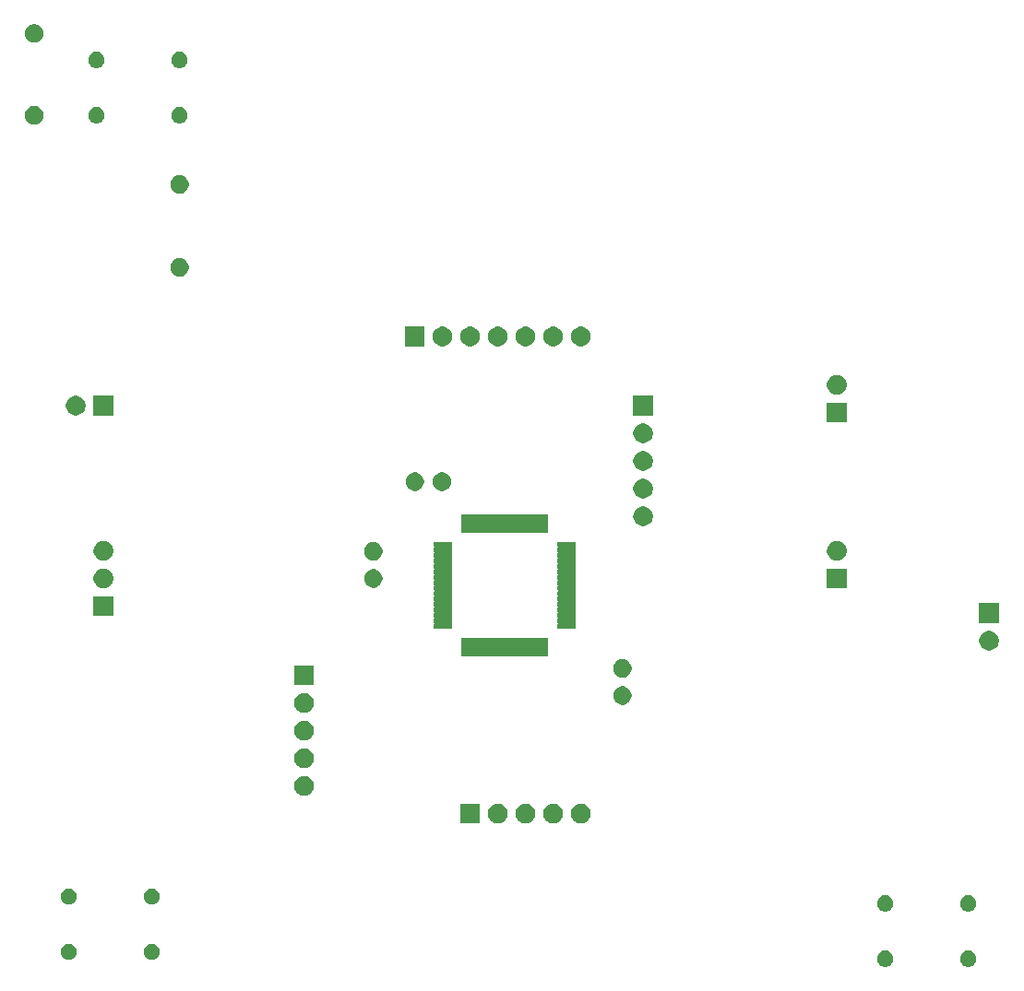
<source format=gts>
G04 #@! TF.GenerationSoftware,KiCad,Pcbnew,5.1.5-52549c5~84~ubuntu18.04.1*
G04 #@! TF.CreationDate,2019-11-27T16:08:14-05:00*
G04 #@! TF.ProjectId,miniPCB,6d696e69-5043-4422-9e6b-696361645f70,rev?*
G04 #@! TF.SameCoordinates,Original*
G04 #@! TF.FileFunction,Soldermask,Top*
G04 #@! TF.FilePolarity,Negative*
%FSLAX46Y46*%
G04 Gerber Fmt 4.6, Leading zero omitted, Abs format (unit mm)*
G04 Created by KiCad (PCBNEW 5.1.5-52549c5~84~ubuntu18.04.1) date 2019-11-27 16:08:14*
%MOMM*%
%LPD*%
G04 APERTURE LIST*
%ADD10C,0.100000*%
G04 APERTURE END LIST*
D10*
G36*
X178529425Y-121174599D02*
G01*
X178653621Y-121199302D01*
X178790022Y-121255801D01*
X178912779Y-121337825D01*
X179017175Y-121442221D01*
X179099199Y-121564978D01*
X179155698Y-121701379D01*
X179184500Y-121846181D01*
X179184500Y-121993819D01*
X179155698Y-122138621D01*
X179099199Y-122275022D01*
X179017175Y-122397779D01*
X178912779Y-122502175D01*
X178790022Y-122584199D01*
X178653621Y-122640698D01*
X178529425Y-122665401D01*
X178508820Y-122669500D01*
X178361180Y-122669500D01*
X178340575Y-122665401D01*
X178216379Y-122640698D01*
X178079978Y-122584199D01*
X177957221Y-122502175D01*
X177852825Y-122397779D01*
X177770801Y-122275022D01*
X177714302Y-122138621D01*
X177685500Y-121993819D01*
X177685500Y-121846181D01*
X177714302Y-121701379D01*
X177770801Y-121564978D01*
X177852825Y-121442221D01*
X177957221Y-121337825D01*
X178079978Y-121255801D01*
X178216379Y-121199302D01*
X178340575Y-121174599D01*
X178361180Y-121170500D01*
X178508820Y-121170500D01*
X178529425Y-121174599D01*
G37*
G36*
X170909425Y-121174599D02*
G01*
X171033621Y-121199302D01*
X171170022Y-121255801D01*
X171292779Y-121337825D01*
X171397175Y-121442221D01*
X171479199Y-121564978D01*
X171535698Y-121701379D01*
X171564500Y-121846181D01*
X171564500Y-121993819D01*
X171535698Y-122138621D01*
X171479199Y-122275022D01*
X171397175Y-122397779D01*
X171292779Y-122502175D01*
X171170022Y-122584199D01*
X171033621Y-122640698D01*
X170909425Y-122665401D01*
X170888820Y-122669500D01*
X170741180Y-122669500D01*
X170720575Y-122665401D01*
X170596379Y-122640698D01*
X170459978Y-122584199D01*
X170337221Y-122502175D01*
X170232825Y-122397779D01*
X170150801Y-122275022D01*
X170094302Y-122138621D01*
X170065500Y-121993819D01*
X170065500Y-121846181D01*
X170094302Y-121701379D01*
X170150801Y-121564978D01*
X170232825Y-121442221D01*
X170337221Y-121337825D01*
X170459978Y-121255801D01*
X170596379Y-121199302D01*
X170720575Y-121174599D01*
X170741180Y-121170500D01*
X170888820Y-121170500D01*
X170909425Y-121174599D01*
G37*
G36*
X103599425Y-120539599D02*
G01*
X103723621Y-120564302D01*
X103860022Y-120620801D01*
X103982779Y-120702825D01*
X104087175Y-120807221D01*
X104169199Y-120929978D01*
X104225698Y-121066379D01*
X104254500Y-121211181D01*
X104254500Y-121358819D01*
X104225698Y-121503621D01*
X104169199Y-121640022D01*
X104087175Y-121762779D01*
X103982779Y-121867175D01*
X103860022Y-121949199D01*
X103723621Y-122005698D01*
X103599425Y-122030401D01*
X103578820Y-122034500D01*
X103431180Y-122034500D01*
X103410575Y-122030401D01*
X103286379Y-122005698D01*
X103149978Y-121949199D01*
X103027221Y-121867175D01*
X102922825Y-121762779D01*
X102840801Y-121640022D01*
X102784302Y-121503621D01*
X102755500Y-121358819D01*
X102755500Y-121211181D01*
X102784302Y-121066379D01*
X102840801Y-120929978D01*
X102922825Y-120807221D01*
X103027221Y-120702825D01*
X103149978Y-120620801D01*
X103286379Y-120564302D01*
X103410575Y-120539599D01*
X103431180Y-120535500D01*
X103578820Y-120535500D01*
X103599425Y-120539599D01*
G37*
G36*
X95979425Y-120539599D02*
G01*
X96103621Y-120564302D01*
X96240022Y-120620801D01*
X96362779Y-120702825D01*
X96467175Y-120807221D01*
X96549199Y-120929978D01*
X96605698Y-121066379D01*
X96634500Y-121211181D01*
X96634500Y-121358819D01*
X96605698Y-121503621D01*
X96549199Y-121640022D01*
X96467175Y-121762779D01*
X96362779Y-121867175D01*
X96240022Y-121949199D01*
X96103621Y-122005698D01*
X95979425Y-122030401D01*
X95958820Y-122034500D01*
X95811180Y-122034500D01*
X95790575Y-122030401D01*
X95666379Y-122005698D01*
X95529978Y-121949199D01*
X95407221Y-121867175D01*
X95302825Y-121762779D01*
X95220801Y-121640022D01*
X95164302Y-121503621D01*
X95135500Y-121358819D01*
X95135500Y-121211181D01*
X95164302Y-121066379D01*
X95220801Y-120929978D01*
X95302825Y-120807221D01*
X95407221Y-120702825D01*
X95529978Y-120620801D01*
X95666379Y-120564302D01*
X95790575Y-120539599D01*
X95811180Y-120535500D01*
X95958820Y-120535500D01*
X95979425Y-120539599D01*
G37*
G36*
X170909425Y-116094599D02*
G01*
X171033621Y-116119302D01*
X171170022Y-116175801D01*
X171292779Y-116257825D01*
X171397175Y-116362221D01*
X171479199Y-116484978D01*
X171535698Y-116621379D01*
X171564500Y-116766181D01*
X171564500Y-116913819D01*
X171535698Y-117058621D01*
X171479199Y-117195022D01*
X171397175Y-117317779D01*
X171292779Y-117422175D01*
X171170022Y-117504199D01*
X171033621Y-117560698D01*
X170909425Y-117585401D01*
X170888820Y-117589500D01*
X170741180Y-117589500D01*
X170720575Y-117585401D01*
X170596379Y-117560698D01*
X170459978Y-117504199D01*
X170337221Y-117422175D01*
X170232825Y-117317779D01*
X170150801Y-117195022D01*
X170094302Y-117058621D01*
X170065500Y-116913819D01*
X170065500Y-116766181D01*
X170094302Y-116621379D01*
X170150801Y-116484978D01*
X170232825Y-116362221D01*
X170337221Y-116257825D01*
X170459978Y-116175801D01*
X170596379Y-116119302D01*
X170720575Y-116094599D01*
X170741180Y-116090500D01*
X170888820Y-116090500D01*
X170909425Y-116094599D01*
G37*
G36*
X178529425Y-116094599D02*
G01*
X178653621Y-116119302D01*
X178790022Y-116175801D01*
X178912779Y-116257825D01*
X179017175Y-116362221D01*
X179099199Y-116484978D01*
X179155698Y-116621379D01*
X179184500Y-116766181D01*
X179184500Y-116913819D01*
X179155698Y-117058621D01*
X179099199Y-117195022D01*
X179017175Y-117317779D01*
X178912779Y-117422175D01*
X178790022Y-117504199D01*
X178653621Y-117560698D01*
X178529425Y-117585401D01*
X178508820Y-117589500D01*
X178361180Y-117589500D01*
X178340575Y-117585401D01*
X178216379Y-117560698D01*
X178079978Y-117504199D01*
X177957221Y-117422175D01*
X177852825Y-117317779D01*
X177770801Y-117195022D01*
X177714302Y-117058621D01*
X177685500Y-116913819D01*
X177685500Y-116766181D01*
X177714302Y-116621379D01*
X177770801Y-116484978D01*
X177852825Y-116362221D01*
X177957221Y-116257825D01*
X178079978Y-116175801D01*
X178216379Y-116119302D01*
X178340575Y-116094599D01*
X178361180Y-116090500D01*
X178508820Y-116090500D01*
X178529425Y-116094599D01*
G37*
G36*
X95979425Y-115459599D02*
G01*
X96103621Y-115484302D01*
X96240022Y-115540801D01*
X96362779Y-115622825D01*
X96467175Y-115727221D01*
X96549199Y-115849978D01*
X96605698Y-115986379D01*
X96634500Y-116131181D01*
X96634500Y-116278819D01*
X96605698Y-116423621D01*
X96549199Y-116560022D01*
X96467175Y-116682779D01*
X96362779Y-116787175D01*
X96240022Y-116869199D01*
X96103621Y-116925698D01*
X95979425Y-116950401D01*
X95958820Y-116954500D01*
X95811180Y-116954500D01*
X95790575Y-116950401D01*
X95666379Y-116925698D01*
X95529978Y-116869199D01*
X95407221Y-116787175D01*
X95302825Y-116682779D01*
X95220801Y-116560022D01*
X95164302Y-116423621D01*
X95135500Y-116278819D01*
X95135500Y-116131181D01*
X95164302Y-115986379D01*
X95220801Y-115849978D01*
X95302825Y-115727221D01*
X95407221Y-115622825D01*
X95529978Y-115540801D01*
X95666379Y-115484302D01*
X95790575Y-115459599D01*
X95811180Y-115455500D01*
X95958820Y-115455500D01*
X95979425Y-115459599D01*
G37*
G36*
X103599425Y-115459599D02*
G01*
X103723621Y-115484302D01*
X103860022Y-115540801D01*
X103982779Y-115622825D01*
X104087175Y-115727221D01*
X104169199Y-115849978D01*
X104225698Y-115986379D01*
X104254500Y-116131181D01*
X104254500Y-116278819D01*
X104225698Y-116423621D01*
X104169199Y-116560022D01*
X104087175Y-116682779D01*
X103982779Y-116787175D01*
X103860022Y-116869199D01*
X103723621Y-116925698D01*
X103599425Y-116950401D01*
X103578820Y-116954500D01*
X103431180Y-116954500D01*
X103410575Y-116950401D01*
X103286379Y-116925698D01*
X103149978Y-116869199D01*
X103027221Y-116787175D01*
X102922825Y-116682779D01*
X102840801Y-116560022D01*
X102784302Y-116423621D01*
X102755500Y-116278819D01*
X102755500Y-116131181D01*
X102784302Y-115986379D01*
X102840801Y-115849978D01*
X102922825Y-115727221D01*
X103027221Y-115622825D01*
X103149978Y-115540801D01*
X103286379Y-115484302D01*
X103410575Y-115459599D01*
X103431180Y-115455500D01*
X103578820Y-115455500D01*
X103599425Y-115459599D01*
G37*
G36*
X133616000Y-109486000D02*
G01*
X131814000Y-109486000D01*
X131814000Y-107684000D01*
X133616000Y-107684000D01*
X133616000Y-109486000D01*
G37*
G36*
X135368512Y-107688927D02*
G01*
X135517812Y-107718624D01*
X135681784Y-107786544D01*
X135829354Y-107885147D01*
X135954853Y-108010646D01*
X136053456Y-108158216D01*
X136121376Y-108322188D01*
X136156000Y-108496259D01*
X136156000Y-108673741D01*
X136121376Y-108847812D01*
X136053456Y-109011784D01*
X135954853Y-109159354D01*
X135829354Y-109284853D01*
X135681784Y-109383456D01*
X135517812Y-109451376D01*
X135368512Y-109481073D01*
X135343742Y-109486000D01*
X135166258Y-109486000D01*
X135141488Y-109481073D01*
X134992188Y-109451376D01*
X134828216Y-109383456D01*
X134680646Y-109284853D01*
X134555147Y-109159354D01*
X134456544Y-109011784D01*
X134388624Y-108847812D01*
X134354000Y-108673741D01*
X134354000Y-108496259D01*
X134388624Y-108322188D01*
X134456544Y-108158216D01*
X134555147Y-108010646D01*
X134680646Y-107885147D01*
X134828216Y-107786544D01*
X134992188Y-107718624D01*
X135141488Y-107688927D01*
X135166258Y-107684000D01*
X135343742Y-107684000D01*
X135368512Y-107688927D01*
G37*
G36*
X137908512Y-107688927D02*
G01*
X138057812Y-107718624D01*
X138221784Y-107786544D01*
X138369354Y-107885147D01*
X138494853Y-108010646D01*
X138593456Y-108158216D01*
X138661376Y-108322188D01*
X138696000Y-108496259D01*
X138696000Y-108673741D01*
X138661376Y-108847812D01*
X138593456Y-109011784D01*
X138494853Y-109159354D01*
X138369354Y-109284853D01*
X138221784Y-109383456D01*
X138057812Y-109451376D01*
X137908512Y-109481073D01*
X137883742Y-109486000D01*
X137706258Y-109486000D01*
X137681488Y-109481073D01*
X137532188Y-109451376D01*
X137368216Y-109383456D01*
X137220646Y-109284853D01*
X137095147Y-109159354D01*
X136996544Y-109011784D01*
X136928624Y-108847812D01*
X136894000Y-108673741D01*
X136894000Y-108496259D01*
X136928624Y-108322188D01*
X136996544Y-108158216D01*
X137095147Y-108010646D01*
X137220646Y-107885147D01*
X137368216Y-107786544D01*
X137532188Y-107718624D01*
X137681488Y-107688927D01*
X137706258Y-107684000D01*
X137883742Y-107684000D01*
X137908512Y-107688927D01*
G37*
G36*
X140448512Y-107688927D02*
G01*
X140597812Y-107718624D01*
X140761784Y-107786544D01*
X140909354Y-107885147D01*
X141034853Y-108010646D01*
X141133456Y-108158216D01*
X141201376Y-108322188D01*
X141236000Y-108496259D01*
X141236000Y-108673741D01*
X141201376Y-108847812D01*
X141133456Y-109011784D01*
X141034853Y-109159354D01*
X140909354Y-109284853D01*
X140761784Y-109383456D01*
X140597812Y-109451376D01*
X140448512Y-109481073D01*
X140423742Y-109486000D01*
X140246258Y-109486000D01*
X140221488Y-109481073D01*
X140072188Y-109451376D01*
X139908216Y-109383456D01*
X139760646Y-109284853D01*
X139635147Y-109159354D01*
X139536544Y-109011784D01*
X139468624Y-108847812D01*
X139434000Y-108673741D01*
X139434000Y-108496259D01*
X139468624Y-108322188D01*
X139536544Y-108158216D01*
X139635147Y-108010646D01*
X139760646Y-107885147D01*
X139908216Y-107786544D01*
X140072188Y-107718624D01*
X140221488Y-107688927D01*
X140246258Y-107684000D01*
X140423742Y-107684000D01*
X140448512Y-107688927D01*
G37*
G36*
X142988512Y-107688927D02*
G01*
X143137812Y-107718624D01*
X143301784Y-107786544D01*
X143449354Y-107885147D01*
X143574853Y-108010646D01*
X143673456Y-108158216D01*
X143741376Y-108322188D01*
X143776000Y-108496259D01*
X143776000Y-108673741D01*
X143741376Y-108847812D01*
X143673456Y-109011784D01*
X143574853Y-109159354D01*
X143449354Y-109284853D01*
X143301784Y-109383456D01*
X143137812Y-109451376D01*
X142988512Y-109481073D01*
X142963742Y-109486000D01*
X142786258Y-109486000D01*
X142761488Y-109481073D01*
X142612188Y-109451376D01*
X142448216Y-109383456D01*
X142300646Y-109284853D01*
X142175147Y-109159354D01*
X142076544Y-109011784D01*
X142008624Y-108847812D01*
X141974000Y-108673741D01*
X141974000Y-108496259D01*
X142008624Y-108322188D01*
X142076544Y-108158216D01*
X142175147Y-108010646D01*
X142300646Y-107885147D01*
X142448216Y-107786544D01*
X142612188Y-107718624D01*
X142761488Y-107688927D01*
X142786258Y-107684000D01*
X142963742Y-107684000D01*
X142988512Y-107688927D01*
G37*
G36*
X117588512Y-105148927D02*
G01*
X117737812Y-105178624D01*
X117901784Y-105246544D01*
X118049354Y-105345147D01*
X118174853Y-105470646D01*
X118273456Y-105618216D01*
X118341376Y-105782188D01*
X118376000Y-105956259D01*
X118376000Y-106133741D01*
X118341376Y-106307812D01*
X118273456Y-106471784D01*
X118174853Y-106619354D01*
X118049354Y-106744853D01*
X117901784Y-106843456D01*
X117737812Y-106911376D01*
X117588512Y-106941073D01*
X117563742Y-106946000D01*
X117386258Y-106946000D01*
X117361488Y-106941073D01*
X117212188Y-106911376D01*
X117048216Y-106843456D01*
X116900646Y-106744853D01*
X116775147Y-106619354D01*
X116676544Y-106471784D01*
X116608624Y-106307812D01*
X116574000Y-106133741D01*
X116574000Y-105956259D01*
X116608624Y-105782188D01*
X116676544Y-105618216D01*
X116775147Y-105470646D01*
X116900646Y-105345147D01*
X117048216Y-105246544D01*
X117212188Y-105178624D01*
X117361488Y-105148927D01*
X117386258Y-105144000D01*
X117563742Y-105144000D01*
X117588512Y-105148927D01*
G37*
G36*
X117588512Y-102608927D02*
G01*
X117737812Y-102638624D01*
X117901784Y-102706544D01*
X118049354Y-102805147D01*
X118174853Y-102930646D01*
X118273456Y-103078216D01*
X118341376Y-103242188D01*
X118376000Y-103416259D01*
X118376000Y-103593741D01*
X118341376Y-103767812D01*
X118273456Y-103931784D01*
X118174853Y-104079354D01*
X118049354Y-104204853D01*
X117901784Y-104303456D01*
X117737812Y-104371376D01*
X117588512Y-104401073D01*
X117563742Y-104406000D01*
X117386258Y-104406000D01*
X117361488Y-104401073D01*
X117212188Y-104371376D01*
X117048216Y-104303456D01*
X116900646Y-104204853D01*
X116775147Y-104079354D01*
X116676544Y-103931784D01*
X116608624Y-103767812D01*
X116574000Y-103593741D01*
X116574000Y-103416259D01*
X116608624Y-103242188D01*
X116676544Y-103078216D01*
X116775147Y-102930646D01*
X116900646Y-102805147D01*
X117048216Y-102706544D01*
X117212188Y-102638624D01*
X117361488Y-102608927D01*
X117386258Y-102604000D01*
X117563742Y-102604000D01*
X117588512Y-102608927D01*
G37*
G36*
X117588512Y-100068927D02*
G01*
X117737812Y-100098624D01*
X117901784Y-100166544D01*
X118049354Y-100265147D01*
X118174853Y-100390646D01*
X118273456Y-100538216D01*
X118341376Y-100702188D01*
X118376000Y-100876259D01*
X118376000Y-101053741D01*
X118341376Y-101227812D01*
X118273456Y-101391784D01*
X118174853Y-101539354D01*
X118049354Y-101664853D01*
X117901784Y-101763456D01*
X117737812Y-101831376D01*
X117588512Y-101861073D01*
X117563742Y-101866000D01*
X117386258Y-101866000D01*
X117361488Y-101861073D01*
X117212188Y-101831376D01*
X117048216Y-101763456D01*
X116900646Y-101664853D01*
X116775147Y-101539354D01*
X116676544Y-101391784D01*
X116608624Y-101227812D01*
X116574000Y-101053741D01*
X116574000Y-100876259D01*
X116608624Y-100702188D01*
X116676544Y-100538216D01*
X116775147Y-100390646D01*
X116900646Y-100265147D01*
X117048216Y-100166544D01*
X117212188Y-100098624D01*
X117361488Y-100068927D01*
X117386258Y-100064000D01*
X117563742Y-100064000D01*
X117588512Y-100068927D01*
G37*
G36*
X117588512Y-97528927D02*
G01*
X117737812Y-97558624D01*
X117901784Y-97626544D01*
X118049354Y-97725147D01*
X118174853Y-97850646D01*
X118273456Y-97998216D01*
X118341376Y-98162188D01*
X118376000Y-98336259D01*
X118376000Y-98513741D01*
X118341376Y-98687812D01*
X118273456Y-98851784D01*
X118174853Y-98999354D01*
X118049354Y-99124853D01*
X117901784Y-99223456D01*
X117737812Y-99291376D01*
X117588512Y-99321073D01*
X117563742Y-99326000D01*
X117386258Y-99326000D01*
X117361488Y-99321073D01*
X117212188Y-99291376D01*
X117048216Y-99223456D01*
X116900646Y-99124853D01*
X116775147Y-98999354D01*
X116676544Y-98851784D01*
X116608624Y-98687812D01*
X116574000Y-98513741D01*
X116574000Y-98336259D01*
X116608624Y-98162188D01*
X116676544Y-97998216D01*
X116775147Y-97850646D01*
X116900646Y-97725147D01*
X117048216Y-97626544D01*
X117212188Y-97558624D01*
X117361488Y-97528927D01*
X117386258Y-97524000D01*
X117563742Y-97524000D01*
X117588512Y-97528927D01*
G37*
G36*
X146933228Y-96931703D02*
G01*
X147088100Y-96995853D01*
X147227481Y-97088985D01*
X147346015Y-97207519D01*
X147439147Y-97346900D01*
X147503297Y-97501772D01*
X147536000Y-97666184D01*
X147536000Y-97833816D01*
X147503297Y-97998228D01*
X147439147Y-98153100D01*
X147346015Y-98292481D01*
X147227481Y-98411015D01*
X147088100Y-98504147D01*
X146933228Y-98568297D01*
X146768816Y-98601000D01*
X146601184Y-98601000D01*
X146436772Y-98568297D01*
X146281900Y-98504147D01*
X146142519Y-98411015D01*
X146023985Y-98292481D01*
X145930853Y-98153100D01*
X145866703Y-97998228D01*
X145834000Y-97833816D01*
X145834000Y-97666184D01*
X145866703Y-97501772D01*
X145930853Y-97346900D01*
X146023985Y-97207519D01*
X146142519Y-97088985D01*
X146281900Y-96995853D01*
X146436772Y-96931703D01*
X146601184Y-96899000D01*
X146768816Y-96899000D01*
X146933228Y-96931703D01*
G37*
G36*
X118376000Y-96786000D02*
G01*
X116574000Y-96786000D01*
X116574000Y-94984000D01*
X118376000Y-94984000D01*
X118376000Y-96786000D01*
G37*
G36*
X146933228Y-94431703D02*
G01*
X147088100Y-94495853D01*
X147227481Y-94588985D01*
X147346015Y-94707519D01*
X147439147Y-94846900D01*
X147503297Y-95001772D01*
X147536000Y-95166184D01*
X147536000Y-95333816D01*
X147503297Y-95498228D01*
X147439147Y-95653100D01*
X147346015Y-95792481D01*
X147227481Y-95911015D01*
X147088100Y-96004147D01*
X146933228Y-96068297D01*
X146768816Y-96101000D01*
X146601184Y-96101000D01*
X146436772Y-96068297D01*
X146281900Y-96004147D01*
X146142519Y-95911015D01*
X146023985Y-95792481D01*
X145930853Y-95653100D01*
X145866703Y-95498228D01*
X145834000Y-95333816D01*
X145834000Y-95166184D01*
X145866703Y-95001772D01*
X145930853Y-94846900D01*
X146023985Y-94707519D01*
X146142519Y-94588985D01*
X146281900Y-94495853D01*
X146436772Y-94431703D01*
X146601184Y-94399000D01*
X146768816Y-94399000D01*
X146933228Y-94431703D01*
G37*
G36*
X132310295Y-92480323D02*
G01*
X132317309Y-92482451D01*
X132331077Y-92489810D01*
X132353716Y-92499187D01*
X132377749Y-92503967D01*
X132402253Y-92503967D01*
X132426286Y-92499186D01*
X132448923Y-92489810D01*
X132462691Y-92482451D01*
X132469705Y-92480323D01*
X132483140Y-92479000D01*
X132796860Y-92479000D01*
X132810295Y-92480323D01*
X132817309Y-92482451D01*
X132831077Y-92489810D01*
X132853716Y-92499187D01*
X132877749Y-92503967D01*
X132902253Y-92503967D01*
X132926286Y-92499186D01*
X132948923Y-92489810D01*
X132962691Y-92482451D01*
X132969705Y-92480323D01*
X132983140Y-92479000D01*
X133296860Y-92479000D01*
X133310295Y-92480323D01*
X133317309Y-92482451D01*
X133331077Y-92489810D01*
X133353716Y-92499187D01*
X133377749Y-92503967D01*
X133402253Y-92503967D01*
X133426286Y-92499186D01*
X133448923Y-92489810D01*
X133462691Y-92482451D01*
X133469705Y-92480323D01*
X133483140Y-92479000D01*
X133796860Y-92479000D01*
X133810295Y-92480323D01*
X133817309Y-92482451D01*
X133831077Y-92489810D01*
X133853716Y-92499187D01*
X133877749Y-92503967D01*
X133902253Y-92503967D01*
X133926286Y-92499186D01*
X133948923Y-92489810D01*
X133962691Y-92482451D01*
X133969705Y-92480323D01*
X133983140Y-92479000D01*
X134296860Y-92479000D01*
X134310295Y-92480323D01*
X134317309Y-92482451D01*
X134331077Y-92489810D01*
X134353716Y-92499187D01*
X134377749Y-92503967D01*
X134402253Y-92503967D01*
X134426286Y-92499186D01*
X134448923Y-92489810D01*
X134462691Y-92482451D01*
X134469705Y-92480323D01*
X134483140Y-92479000D01*
X134796860Y-92479000D01*
X134810295Y-92480323D01*
X134817309Y-92482451D01*
X134831077Y-92489810D01*
X134853716Y-92499187D01*
X134877749Y-92503967D01*
X134902253Y-92503967D01*
X134926286Y-92499186D01*
X134948923Y-92489810D01*
X134962691Y-92482451D01*
X134969705Y-92480323D01*
X134983140Y-92479000D01*
X135296860Y-92479000D01*
X135310295Y-92480323D01*
X135317309Y-92482451D01*
X135331077Y-92489810D01*
X135353716Y-92499187D01*
X135377749Y-92503967D01*
X135402253Y-92503967D01*
X135426286Y-92499186D01*
X135448923Y-92489810D01*
X135462691Y-92482451D01*
X135469705Y-92480323D01*
X135483140Y-92479000D01*
X135796860Y-92479000D01*
X135810295Y-92480323D01*
X135817309Y-92482451D01*
X135831077Y-92489810D01*
X135853716Y-92499187D01*
X135877749Y-92503967D01*
X135902253Y-92503967D01*
X135926286Y-92499186D01*
X135948923Y-92489810D01*
X135962691Y-92482451D01*
X135969705Y-92480323D01*
X135983140Y-92479000D01*
X136296860Y-92479000D01*
X136310295Y-92480323D01*
X136317309Y-92482451D01*
X136331077Y-92489810D01*
X136353716Y-92499187D01*
X136377749Y-92503967D01*
X136402253Y-92503967D01*
X136426286Y-92499186D01*
X136448923Y-92489810D01*
X136462691Y-92482451D01*
X136469705Y-92480323D01*
X136483140Y-92479000D01*
X136796860Y-92479000D01*
X136810295Y-92480323D01*
X136817309Y-92482451D01*
X136831077Y-92489810D01*
X136853716Y-92499187D01*
X136877749Y-92503967D01*
X136902253Y-92503967D01*
X136926286Y-92499186D01*
X136948923Y-92489810D01*
X136962691Y-92482451D01*
X136969705Y-92480323D01*
X136983140Y-92479000D01*
X137296860Y-92479000D01*
X137310295Y-92480323D01*
X137317309Y-92482451D01*
X137331077Y-92489810D01*
X137353716Y-92499187D01*
X137377749Y-92503967D01*
X137402253Y-92503967D01*
X137426286Y-92499186D01*
X137448923Y-92489810D01*
X137462691Y-92482451D01*
X137469705Y-92480323D01*
X137483140Y-92479000D01*
X137796860Y-92479000D01*
X137810295Y-92480323D01*
X137817309Y-92482451D01*
X137831077Y-92489810D01*
X137853716Y-92499187D01*
X137877749Y-92503967D01*
X137902253Y-92503967D01*
X137926286Y-92499186D01*
X137948923Y-92489810D01*
X137962691Y-92482451D01*
X137969705Y-92480323D01*
X137983140Y-92479000D01*
X138296860Y-92479000D01*
X138310295Y-92480323D01*
X138317309Y-92482451D01*
X138331077Y-92489810D01*
X138353716Y-92499187D01*
X138377749Y-92503967D01*
X138402253Y-92503967D01*
X138426286Y-92499186D01*
X138448923Y-92489810D01*
X138462691Y-92482451D01*
X138469705Y-92480323D01*
X138483140Y-92479000D01*
X138796860Y-92479000D01*
X138810295Y-92480323D01*
X138817309Y-92482451D01*
X138831077Y-92489810D01*
X138853716Y-92499187D01*
X138877749Y-92503967D01*
X138902253Y-92503967D01*
X138926286Y-92499186D01*
X138948923Y-92489810D01*
X138962691Y-92482451D01*
X138969705Y-92480323D01*
X138983140Y-92479000D01*
X139296860Y-92479000D01*
X139310295Y-92480323D01*
X139317309Y-92482451D01*
X139331077Y-92489810D01*
X139353716Y-92499187D01*
X139377749Y-92503967D01*
X139402253Y-92503967D01*
X139426286Y-92499186D01*
X139448923Y-92489810D01*
X139462691Y-92482451D01*
X139469705Y-92480323D01*
X139483140Y-92479000D01*
X139796860Y-92479000D01*
X139810295Y-92480323D01*
X139817310Y-92482451D01*
X139823776Y-92485908D01*
X139829442Y-92490558D01*
X139834092Y-92496224D01*
X139837549Y-92502690D01*
X139839677Y-92509705D01*
X139841000Y-92523140D01*
X139841000Y-94086860D01*
X139839677Y-94100295D01*
X139837549Y-94107310D01*
X139834092Y-94113776D01*
X139829442Y-94119442D01*
X139823776Y-94124092D01*
X139817310Y-94127549D01*
X139810295Y-94129677D01*
X139796860Y-94131000D01*
X139483140Y-94131000D01*
X139469705Y-94129677D01*
X139462691Y-94127549D01*
X139448923Y-94120190D01*
X139426284Y-94110813D01*
X139402251Y-94106033D01*
X139377747Y-94106033D01*
X139353714Y-94110814D01*
X139331077Y-94120190D01*
X139317309Y-94127549D01*
X139310295Y-94129677D01*
X139296860Y-94131000D01*
X138983140Y-94131000D01*
X138969705Y-94129677D01*
X138962691Y-94127549D01*
X138948923Y-94120190D01*
X138926284Y-94110813D01*
X138902251Y-94106033D01*
X138877747Y-94106033D01*
X138853714Y-94110814D01*
X138831077Y-94120190D01*
X138817309Y-94127549D01*
X138810295Y-94129677D01*
X138796860Y-94131000D01*
X138483140Y-94131000D01*
X138469705Y-94129677D01*
X138462691Y-94127549D01*
X138448923Y-94120190D01*
X138426284Y-94110813D01*
X138402251Y-94106033D01*
X138377747Y-94106033D01*
X138353714Y-94110814D01*
X138331077Y-94120190D01*
X138317309Y-94127549D01*
X138310295Y-94129677D01*
X138296860Y-94131000D01*
X137983140Y-94131000D01*
X137969705Y-94129677D01*
X137962691Y-94127549D01*
X137948923Y-94120190D01*
X137926284Y-94110813D01*
X137902251Y-94106033D01*
X137877747Y-94106033D01*
X137853714Y-94110814D01*
X137831077Y-94120190D01*
X137817309Y-94127549D01*
X137810295Y-94129677D01*
X137796860Y-94131000D01*
X137483140Y-94131000D01*
X137469705Y-94129677D01*
X137462691Y-94127549D01*
X137448923Y-94120190D01*
X137426284Y-94110813D01*
X137402251Y-94106033D01*
X137377747Y-94106033D01*
X137353714Y-94110814D01*
X137331077Y-94120190D01*
X137317309Y-94127549D01*
X137310295Y-94129677D01*
X137296860Y-94131000D01*
X136983140Y-94131000D01*
X136969705Y-94129677D01*
X136962691Y-94127549D01*
X136948923Y-94120190D01*
X136926284Y-94110813D01*
X136902251Y-94106033D01*
X136877747Y-94106033D01*
X136853714Y-94110814D01*
X136831077Y-94120190D01*
X136817309Y-94127549D01*
X136810295Y-94129677D01*
X136796860Y-94131000D01*
X136483140Y-94131000D01*
X136469705Y-94129677D01*
X136462691Y-94127549D01*
X136448923Y-94120190D01*
X136426284Y-94110813D01*
X136402251Y-94106033D01*
X136377747Y-94106033D01*
X136353714Y-94110814D01*
X136331077Y-94120190D01*
X136317309Y-94127549D01*
X136310295Y-94129677D01*
X136296860Y-94131000D01*
X135983140Y-94131000D01*
X135969705Y-94129677D01*
X135962691Y-94127549D01*
X135948923Y-94120190D01*
X135926284Y-94110813D01*
X135902251Y-94106033D01*
X135877747Y-94106033D01*
X135853714Y-94110814D01*
X135831077Y-94120190D01*
X135817309Y-94127549D01*
X135810295Y-94129677D01*
X135796860Y-94131000D01*
X135483140Y-94131000D01*
X135469705Y-94129677D01*
X135462691Y-94127549D01*
X135448923Y-94120190D01*
X135426284Y-94110813D01*
X135402251Y-94106033D01*
X135377747Y-94106033D01*
X135353714Y-94110814D01*
X135331077Y-94120190D01*
X135317309Y-94127549D01*
X135310295Y-94129677D01*
X135296860Y-94131000D01*
X134983140Y-94131000D01*
X134969705Y-94129677D01*
X134962691Y-94127549D01*
X134948923Y-94120190D01*
X134926284Y-94110813D01*
X134902251Y-94106033D01*
X134877747Y-94106033D01*
X134853714Y-94110814D01*
X134831077Y-94120190D01*
X134817309Y-94127549D01*
X134810295Y-94129677D01*
X134796860Y-94131000D01*
X134483140Y-94131000D01*
X134469705Y-94129677D01*
X134462691Y-94127549D01*
X134448923Y-94120190D01*
X134426284Y-94110813D01*
X134402251Y-94106033D01*
X134377747Y-94106033D01*
X134353714Y-94110814D01*
X134331077Y-94120190D01*
X134317309Y-94127549D01*
X134310295Y-94129677D01*
X134296860Y-94131000D01*
X133983140Y-94131000D01*
X133969705Y-94129677D01*
X133962691Y-94127549D01*
X133948923Y-94120190D01*
X133926284Y-94110813D01*
X133902251Y-94106033D01*
X133877747Y-94106033D01*
X133853714Y-94110814D01*
X133831077Y-94120190D01*
X133817309Y-94127549D01*
X133810295Y-94129677D01*
X133796860Y-94131000D01*
X133483140Y-94131000D01*
X133469705Y-94129677D01*
X133462691Y-94127549D01*
X133448923Y-94120190D01*
X133426284Y-94110813D01*
X133402251Y-94106033D01*
X133377747Y-94106033D01*
X133353714Y-94110814D01*
X133331077Y-94120190D01*
X133317309Y-94127549D01*
X133310295Y-94129677D01*
X133296860Y-94131000D01*
X132983140Y-94131000D01*
X132969705Y-94129677D01*
X132962691Y-94127549D01*
X132948923Y-94120190D01*
X132926284Y-94110813D01*
X132902251Y-94106033D01*
X132877747Y-94106033D01*
X132853714Y-94110814D01*
X132831077Y-94120190D01*
X132817309Y-94127549D01*
X132810295Y-94129677D01*
X132796860Y-94131000D01*
X132483140Y-94131000D01*
X132469705Y-94129677D01*
X132462691Y-94127549D01*
X132448923Y-94120190D01*
X132426284Y-94110813D01*
X132402251Y-94106033D01*
X132377747Y-94106033D01*
X132353714Y-94110814D01*
X132331077Y-94120190D01*
X132317309Y-94127549D01*
X132310295Y-94129677D01*
X132296860Y-94131000D01*
X131983140Y-94131000D01*
X131969705Y-94129677D01*
X131962690Y-94127549D01*
X131956224Y-94124092D01*
X131950558Y-94119442D01*
X131945908Y-94113776D01*
X131942451Y-94107310D01*
X131940323Y-94100295D01*
X131939000Y-94086860D01*
X131939000Y-92523140D01*
X131940323Y-92509705D01*
X131942451Y-92502690D01*
X131945908Y-92496224D01*
X131950558Y-92490558D01*
X131956224Y-92485908D01*
X131962690Y-92482451D01*
X131969705Y-92480323D01*
X131983140Y-92479000D01*
X132296860Y-92479000D01*
X132310295Y-92480323D01*
G37*
G36*
X180453512Y-91813927D02*
G01*
X180602812Y-91843624D01*
X180766784Y-91911544D01*
X180914354Y-92010147D01*
X181039853Y-92135646D01*
X181138456Y-92283216D01*
X181206376Y-92447188D01*
X181241000Y-92621259D01*
X181241000Y-92798741D01*
X181206376Y-92972812D01*
X181138456Y-93136784D01*
X181039853Y-93284354D01*
X180914354Y-93409853D01*
X180766784Y-93508456D01*
X180602812Y-93576376D01*
X180453512Y-93606073D01*
X180428742Y-93611000D01*
X180251258Y-93611000D01*
X180226488Y-93606073D01*
X180077188Y-93576376D01*
X179913216Y-93508456D01*
X179765646Y-93409853D01*
X179640147Y-93284354D01*
X179541544Y-93136784D01*
X179473624Y-92972812D01*
X179439000Y-92798741D01*
X179439000Y-92621259D01*
X179473624Y-92447188D01*
X179541544Y-92283216D01*
X179640147Y-92135646D01*
X179765646Y-92010147D01*
X179913216Y-91911544D01*
X180077188Y-91843624D01*
X180226488Y-91813927D01*
X180251258Y-91809000D01*
X180428742Y-91809000D01*
X180453512Y-91813927D01*
G37*
G36*
X142360295Y-83680323D02*
G01*
X142367310Y-83682451D01*
X142373776Y-83685908D01*
X142379442Y-83690558D01*
X142384092Y-83696224D01*
X142387549Y-83702690D01*
X142389677Y-83709705D01*
X142391000Y-83723140D01*
X142391000Y-84036860D01*
X142389677Y-84050295D01*
X142387549Y-84057309D01*
X142380190Y-84071077D01*
X142370813Y-84093716D01*
X142366033Y-84117749D01*
X142366033Y-84142253D01*
X142370814Y-84166286D01*
X142380190Y-84188923D01*
X142387549Y-84202691D01*
X142389677Y-84209705D01*
X142391000Y-84223140D01*
X142391000Y-84536860D01*
X142389677Y-84550295D01*
X142387549Y-84557309D01*
X142380190Y-84571077D01*
X142370813Y-84593716D01*
X142366033Y-84617749D01*
X142366033Y-84642253D01*
X142370814Y-84666286D01*
X142380190Y-84688923D01*
X142387549Y-84702691D01*
X142389677Y-84709705D01*
X142391000Y-84723140D01*
X142391000Y-85036860D01*
X142389677Y-85050295D01*
X142387549Y-85057309D01*
X142380190Y-85071077D01*
X142370813Y-85093716D01*
X142366033Y-85117749D01*
X142366033Y-85142253D01*
X142370814Y-85166286D01*
X142380190Y-85188923D01*
X142387549Y-85202691D01*
X142389677Y-85209705D01*
X142391000Y-85223140D01*
X142391000Y-85536860D01*
X142389677Y-85550295D01*
X142387549Y-85557309D01*
X142380190Y-85571077D01*
X142370813Y-85593716D01*
X142366033Y-85617749D01*
X142366033Y-85642253D01*
X142370814Y-85666286D01*
X142380190Y-85688923D01*
X142387549Y-85702691D01*
X142389677Y-85709705D01*
X142391000Y-85723140D01*
X142391000Y-86036860D01*
X142389677Y-86050295D01*
X142387549Y-86057309D01*
X142380190Y-86071077D01*
X142370813Y-86093716D01*
X142366033Y-86117749D01*
X142366033Y-86142253D01*
X142370814Y-86166286D01*
X142380190Y-86188923D01*
X142387549Y-86202691D01*
X142389677Y-86209705D01*
X142391000Y-86223140D01*
X142391000Y-86536860D01*
X142389677Y-86550295D01*
X142387549Y-86557309D01*
X142380190Y-86571077D01*
X142370813Y-86593716D01*
X142366033Y-86617749D01*
X142366033Y-86642253D01*
X142370814Y-86666286D01*
X142380190Y-86688923D01*
X142387549Y-86702691D01*
X142389677Y-86709705D01*
X142391000Y-86723140D01*
X142391000Y-87036860D01*
X142389677Y-87050295D01*
X142387549Y-87057309D01*
X142380190Y-87071077D01*
X142370813Y-87093716D01*
X142366033Y-87117749D01*
X142366033Y-87142253D01*
X142370814Y-87166286D01*
X142380190Y-87188923D01*
X142387549Y-87202691D01*
X142389677Y-87209705D01*
X142391000Y-87223140D01*
X142391000Y-87536860D01*
X142389677Y-87550295D01*
X142387549Y-87557309D01*
X142380190Y-87571077D01*
X142370813Y-87593716D01*
X142366033Y-87617749D01*
X142366033Y-87642253D01*
X142370814Y-87666286D01*
X142380190Y-87688923D01*
X142387549Y-87702691D01*
X142389677Y-87709705D01*
X142391000Y-87723140D01*
X142391000Y-88036860D01*
X142389677Y-88050295D01*
X142387549Y-88057309D01*
X142380190Y-88071077D01*
X142370813Y-88093716D01*
X142366033Y-88117749D01*
X142366033Y-88142253D01*
X142370814Y-88166286D01*
X142380190Y-88188923D01*
X142387549Y-88202691D01*
X142389677Y-88209705D01*
X142391000Y-88223140D01*
X142391000Y-88536860D01*
X142389677Y-88550295D01*
X142387549Y-88557309D01*
X142380190Y-88571077D01*
X142370813Y-88593716D01*
X142366033Y-88617749D01*
X142366033Y-88642253D01*
X142370814Y-88666286D01*
X142380190Y-88688923D01*
X142387549Y-88702691D01*
X142389677Y-88709705D01*
X142391000Y-88723140D01*
X142391000Y-89036860D01*
X142389677Y-89050295D01*
X142387549Y-89057309D01*
X142380190Y-89071077D01*
X142370813Y-89093716D01*
X142366033Y-89117749D01*
X142366033Y-89142253D01*
X142370814Y-89166286D01*
X142380190Y-89188923D01*
X142387549Y-89202691D01*
X142389677Y-89209705D01*
X142391000Y-89223140D01*
X142391000Y-89536860D01*
X142389677Y-89550295D01*
X142387549Y-89557309D01*
X142380190Y-89571077D01*
X142370813Y-89593716D01*
X142366033Y-89617749D01*
X142366033Y-89642253D01*
X142370814Y-89666286D01*
X142380190Y-89688923D01*
X142387549Y-89702691D01*
X142389677Y-89709705D01*
X142391000Y-89723140D01*
X142391000Y-90036860D01*
X142389677Y-90050295D01*
X142387549Y-90057309D01*
X142380190Y-90071077D01*
X142370813Y-90093716D01*
X142366033Y-90117749D01*
X142366033Y-90142253D01*
X142370814Y-90166286D01*
X142380190Y-90188923D01*
X142387549Y-90202691D01*
X142389677Y-90209705D01*
X142391000Y-90223140D01*
X142391000Y-90536860D01*
X142389677Y-90550295D01*
X142387549Y-90557309D01*
X142380190Y-90571077D01*
X142370813Y-90593716D01*
X142366033Y-90617749D01*
X142366033Y-90642253D01*
X142370814Y-90666286D01*
X142380190Y-90688923D01*
X142387549Y-90702691D01*
X142389677Y-90709705D01*
X142391000Y-90723140D01*
X142391000Y-91036860D01*
X142389677Y-91050295D01*
X142387549Y-91057309D01*
X142380190Y-91071077D01*
X142370813Y-91093716D01*
X142366033Y-91117749D01*
X142366033Y-91142253D01*
X142370814Y-91166286D01*
X142380190Y-91188923D01*
X142387549Y-91202691D01*
X142389677Y-91209705D01*
X142391000Y-91223140D01*
X142391000Y-91536860D01*
X142389677Y-91550295D01*
X142387549Y-91557310D01*
X142384092Y-91563776D01*
X142379442Y-91569442D01*
X142373776Y-91574092D01*
X142367310Y-91577549D01*
X142360295Y-91579677D01*
X142346860Y-91581000D01*
X140783140Y-91581000D01*
X140769705Y-91579677D01*
X140762690Y-91577549D01*
X140756224Y-91574092D01*
X140750558Y-91569442D01*
X140745908Y-91563776D01*
X140742451Y-91557310D01*
X140740323Y-91550295D01*
X140739000Y-91536860D01*
X140739000Y-91223140D01*
X140740323Y-91209705D01*
X140742451Y-91202691D01*
X140749810Y-91188923D01*
X140759187Y-91166284D01*
X140763967Y-91142251D01*
X140763967Y-91117747D01*
X140759186Y-91093714D01*
X140749810Y-91071077D01*
X140742451Y-91057309D01*
X140740323Y-91050295D01*
X140739000Y-91036860D01*
X140739000Y-90723140D01*
X140740323Y-90709705D01*
X140742451Y-90702691D01*
X140749810Y-90688923D01*
X140759187Y-90666284D01*
X140763967Y-90642251D01*
X140763967Y-90617747D01*
X140759186Y-90593714D01*
X140749810Y-90571077D01*
X140742451Y-90557309D01*
X140740323Y-90550295D01*
X140739000Y-90536860D01*
X140739000Y-90223140D01*
X140740323Y-90209705D01*
X140742451Y-90202691D01*
X140749810Y-90188923D01*
X140759187Y-90166284D01*
X140763967Y-90142251D01*
X140763967Y-90117747D01*
X140759186Y-90093714D01*
X140749810Y-90071077D01*
X140742451Y-90057309D01*
X140740323Y-90050295D01*
X140739000Y-90036860D01*
X140739000Y-89723140D01*
X140740323Y-89709705D01*
X140742451Y-89702691D01*
X140749810Y-89688923D01*
X140759187Y-89666284D01*
X140763967Y-89642251D01*
X140763967Y-89617747D01*
X140759186Y-89593714D01*
X140749810Y-89571077D01*
X140742451Y-89557309D01*
X140740323Y-89550295D01*
X140739000Y-89536860D01*
X140739000Y-89223140D01*
X140740323Y-89209705D01*
X140742451Y-89202691D01*
X140749810Y-89188923D01*
X140759187Y-89166284D01*
X140763967Y-89142251D01*
X140763967Y-89117747D01*
X140759186Y-89093714D01*
X140749810Y-89071077D01*
X140742451Y-89057309D01*
X140740323Y-89050295D01*
X140739000Y-89036860D01*
X140739000Y-88723140D01*
X140740323Y-88709705D01*
X140742451Y-88702691D01*
X140749810Y-88688923D01*
X140759187Y-88666284D01*
X140763967Y-88642251D01*
X140763967Y-88617747D01*
X140759186Y-88593714D01*
X140749810Y-88571077D01*
X140742451Y-88557309D01*
X140740323Y-88550295D01*
X140739000Y-88536860D01*
X140739000Y-88223140D01*
X140740323Y-88209705D01*
X140742451Y-88202691D01*
X140749810Y-88188923D01*
X140759187Y-88166284D01*
X140763967Y-88142251D01*
X140763967Y-88117747D01*
X140759186Y-88093714D01*
X140749810Y-88071077D01*
X140742451Y-88057309D01*
X140740323Y-88050295D01*
X140739000Y-88036860D01*
X140739000Y-87723140D01*
X140740323Y-87709705D01*
X140742451Y-87702691D01*
X140749810Y-87688923D01*
X140759187Y-87666284D01*
X140763967Y-87642251D01*
X140763967Y-87617747D01*
X140759186Y-87593714D01*
X140749810Y-87571077D01*
X140742451Y-87557309D01*
X140740323Y-87550295D01*
X140739000Y-87536860D01*
X140739000Y-87223140D01*
X140740323Y-87209705D01*
X140742451Y-87202691D01*
X140749810Y-87188923D01*
X140759187Y-87166284D01*
X140763967Y-87142251D01*
X140763967Y-87117747D01*
X140759186Y-87093714D01*
X140749810Y-87071077D01*
X140742451Y-87057309D01*
X140740323Y-87050295D01*
X140739000Y-87036860D01*
X140739000Y-86723140D01*
X140740323Y-86709705D01*
X140742451Y-86702691D01*
X140749810Y-86688923D01*
X140759187Y-86666284D01*
X140763967Y-86642251D01*
X140763967Y-86617747D01*
X140759186Y-86593714D01*
X140749810Y-86571077D01*
X140742451Y-86557309D01*
X140740323Y-86550295D01*
X140739000Y-86536860D01*
X140739000Y-86223140D01*
X140740323Y-86209705D01*
X140742451Y-86202691D01*
X140749810Y-86188923D01*
X140759187Y-86166284D01*
X140763967Y-86142251D01*
X140763967Y-86117747D01*
X140759186Y-86093714D01*
X140749810Y-86071077D01*
X140742451Y-86057309D01*
X140740323Y-86050295D01*
X140739000Y-86036860D01*
X140739000Y-85723140D01*
X140740323Y-85709705D01*
X140742451Y-85702691D01*
X140749810Y-85688923D01*
X140759187Y-85666284D01*
X140763967Y-85642251D01*
X140763967Y-85617747D01*
X140759186Y-85593714D01*
X140749810Y-85571077D01*
X140742451Y-85557309D01*
X140740323Y-85550295D01*
X140739000Y-85536860D01*
X140739000Y-85223140D01*
X140740323Y-85209705D01*
X140742451Y-85202691D01*
X140749810Y-85188923D01*
X140759187Y-85166284D01*
X140763967Y-85142251D01*
X140763967Y-85117747D01*
X140759186Y-85093714D01*
X140749810Y-85071077D01*
X140742451Y-85057309D01*
X140740323Y-85050295D01*
X140739000Y-85036860D01*
X140739000Y-84723140D01*
X140740323Y-84709705D01*
X140742451Y-84702691D01*
X140749810Y-84688923D01*
X140759187Y-84666284D01*
X140763967Y-84642251D01*
X140763967Y-84617747D01*
X140759186Y-84593714D01*
X140749810Y-84571077D01*
X140742451Y-84557309D01*
X140740323Y-84550295D01*
X140739000Y-84536860D01*
X140739000Y-84223140D01*
X140740323Y-84209705D01*
X140742451Y-84202691D01*
X140749810Y-84188923D01*
X140759187Y-84166284D01*
X140763967Y-84142251D01*
X140763967Y-84117747D01*
X140759186Y-84093714D01*
X140749810Y-84071077D01*
X140742451Y-84057309D01*
X140740323Y-84050295D01*
X140739000Y-84036860D01*
X140739000Y-83723140D01*
X140740323Y-83709705D01*
X140742451Y-83702690D01*
X140745908Y-83696224D01*
X140750558Y-83690558D01*
X140756224Y-83685908D01*
X140762690Y-83682451D01*
X140769705Y-83680323D01*
X140783140Y-83679000D01*
X142346860Y-83679000D01*
X142360295Y-83680323D01*
G37*
G36*
X131010295Y-83680323D02*
G01*
X131017310Y-83682451D01*
X131023776Y-83685908D01*
X131029442Y-83690558D01*
X131034092Y-83696224D01*
X131037549Y-83702690D01*
X131039677Y-83709705D01*
X131041000Y-83723140D01*
X131041000Y-84036860D01*
X131039677Y-84050295D01*
X131037549Y-84057309D01*
X131030190Y-84071077D01*
X131020813Y-84093716D01*
X131016033Y-84117749D01*
X131016033Y-84142253D01*
X131020814Y-84166286D01*
X131030190Y-84188923D01*
X131037549Y-84202691D01*
X131039677Y-84209705D01*
X131041000Y-84223140D01*
X131041000Y-84536860D01*
X131039677Y-84550295D01*
X131037549Y-84557309D01*
X131030190Y-84571077D01*
X131020813Y-84593716D01*
X131016033Y-84617749D01*
X131016033Y-84642253D01*
X131020814Y-84666286D01*
X131030190Y-84688923D01*
X131037549Y-84702691D01*
X131039677Y-84709705D01*
X131041000Y-84723140D01*
X131041000Y-85036860D01*
X131039677Y-85050295D01*
X131037549Y-85057309D01*
X131030190Y-85071077D01*
X131020813Y-85093716D01*
X131016033Y-85117749D01*
X131016033Y-85142253D01*
X131020814Y-85166286D01*
X131030190Y-85188923D01*
X131037549Y-85202691D01*
X131039677Y-85209705D01*
X131041000Y-85223140D01*
X131041000Y-85536860D01*
X131039677Y-85550295D01*
X131037549Y-85557309D01*
X131030190Y-85571077D01*
X131020813Y-85593716D01*
X131016033Y-85617749D01*
X131016033Y-85642253D01*
X131020814Y-85666286D01*
X131030190Y-85688923D01*
X131037549Y-85702691D01*
X131039677Y-85709705D01*
X131041000Y-85723140D01*
X131041000Y-86036860D01*
X131039677Y-86050295D01*
X131037549Y-86057309D01*
X131030190Y-86071077D01*
X131020813Y-86093716D01*
X131016033Y-86117749D01*
X131016033Y-86142253D01*
X131020814Y-86166286D01*
X131030190Y-86188923D01*
X131037549Y-86202691D01*
X131039677Y-86209705D01*
X131041000Y-86223140D01*
X131041000Y-86536860D01*
X131039677Y-86550295D01*
X131037549Y-86557309D01*
X131030190Y-86571077D01*
X131020813Y-86593716D01*
X131016033Y-86617749D01*
X131016033Y-86642253D01*
X131020814Y-86666286D01*
X131030190Y-86688923D01*
X131037549Y-86702691D01*
X131039677Y-86709705D01*
X131041000Y-86723140D01*
X131041000Y-87036860D01*
X131039677Y-87050295D01*
X131037549Y-87057309D01*
X131030190Y-87071077D01*
X131020813Y-87093716D01*
X131016033Y-87117749D01*
X131016033Y-87142253D01*
X131020814Y-87166286D01*
X131030190Y-87188923D01*
X131037549Y-87202691D01*
X131039677Y-87209705D01*
X131041000Y-87223140D01*
X131041000Y-87536860D01*
X131039677Y-87550295D01*
X131037549Y-87557309D01*
X131030190Y-87571077D01*
X131020813Y-87593716D01*
X131016033Y-87617749D01*
X131016033Y-87642253D01*
X131020814Y-87666286D01*
X131030190Y-87688923D01*
X131037549Y-87702691D01*
X131039677Y-87709705D01*
X131041000Y-87723140D01*
X131041000Y-88036860D01*
X131039677Y-88050295D01*
X131037549Y-88057309D01*
X131030190Y-88071077D01*
X131020813Y-88093716D01*
X131016033Y-88117749D01*
X131016033Y-88142253D01*
X131020814Y-88166286D01*
X131030190Y-88188923D01*
X131037549Y-88202691D01*
X131039677Y-88209705D01*
X131041000Y-88223140D01*
X131041000Y-88536860D01*
X131039677Y-88550295D01*
X131037549Y-88557309D01*
X131030190Y-88571077D01*
X131020813Y-88593716D01*
X131016033Y-88617749D01*
X131016033Y-88642253D01*
X131020814Y-88666286D01*
X131030190Y-88688923D01*
X131037549Y-88702691D01*
X131039677Y-88709705D01*
X131041000Y-88723140D01*
X131041000Y-89036860D01*
X131039677Y-89050295D01*
X131037549Y-89057309D01*
X131030190Y-89071077D01*
X131020813Y-89093716D01*
X131016033Y-89117749D01*
X131016033Y-89142253D01*
X131020814Y-89166286D01*
X131030190Y-89188923D01*
X131037549Y-89202691D01*
X131039677Y-89209705D01*
X131041000Y-89223140D01*
X131041000Y-89536860D01*
X131039677Y-89550295D01*
X131037549Y-89557309D01*
X131030190Y-89571077D01*
X131020813Y-89593716D01*
X131016033Y-89617749D01*
X131016033Y-89642253D01*
X131020814Y-89666286D01*
X131030190Y-89688923D01*
X131037549Y-89702691D01*
X131039677Y-89709705D01*
X131041000Y-89723140D01*
X131041000Y-90036860D01*
X131039677Y-90050295D01*
X131037549Y-90057309D01*
X131030190Y-90071077D01*
X131020813Y-90093716D01*
X131016033Y-90117749D01*
X131016033Y-90142253D01*
X131020814Y-90166286D01*
X131030190Y-90188923D01*
X131037549Y-90202691D01*
X131039677Y-90209705D01*
X131041000Y-90223140D01*
X131041000Y-90536860D01*
X131039677Y-90550295D01*
X131037549Y-90557309D01*
X131030190Y-90571077D01*
X131020813Y-90593716D01*
X131016033Y-90617749D01*
X131016033Y-90642253D01*
X131020814Y-90666286D01*
X131030190Y-90688923D01*
X131037549Y-90702691D01*
X131039677Y-90709705D01*
X131041000Y-90723140D01*
X131041000Y-91036860D01*
X131039677Y-91050295D01*
X131037549Y-91057309D01*
X131030190Y-91071077D01*
X131020813Y-91093716D01*
X131016033Y-91117749D01*
X131016033Y-91142253D01*
X131020814Y-91166286D01*
X131030190Y-91188923D01*
X131037549Y-91202691D01*
X131039677Y-91209705D01*
X131041000Y-91223140D01*
X131041000Y-91536860D01*
X131039677Y-91550295D01*
X131037549Y-91557310D01*
X131034092Y-91563776D01*
X131029442Y-91569442D01*
X131023776Y-91574092D01*
X131017310Y-91577549D01*
X131010295Y-91579677D01*
X130996860Y-91581000D01*
X129433140Y-91581000D01*
X129419705Y-91579677D01*
X129412690Y-91577549D01*
X129406224Y-91574092D01*
X129400558Y-91569442D01*
X129395908Y-91563776D01*
X129392451Y-91557310D01*
X129390323Y-91550295D01*
X129389000Y-91536860D01*
X129389000Y-91223140D01*
X129390323Y-91209705D01*
X129392451Y-91202691D01*
X129399810Y-91188923D01*
X129409187Y-91166284D01*
X129413967Y-91142251D01*
X129413967Y-91117747D01*
X129409186Y-91093714D01*
X129399810Y-91071077D01*
X129392451Y-91057309D01*
X129390323Y-91050295D01*
X129389000Y-91036860D01*
X129389000Y-90723140D01*
X129390323Y-90709705D01*
X129392451Y-90702691D01*
X129399810Y-90688923D01*
X129409187Y-90666284D01*
X129413967Y-90642251D01*
X129413967Y-90617747D01*
X129409186Y-90593714D01*
X129399810Y-90571077D01*
X129392451Y-90557309D01*
X129390323Y-90550295D01*
X129389000Y-90536860D01*
X129389000Y-90223140D01*
X129390323Y-90209705D01*
X129392451Y-90202691D01*
X129399810Y-90188923D01*
X129409187Y-90166284D01*
X129413967Y-90142251D01*
X129413967Y-90117747D01*
X129409186Y-90093714D01*
X129399810Y-90071077D01*
X129392451Y-90057309D01*
X129390323Y-90050295D01*
X129389000Y-90036860D01*
X129389000Y-89723140D01*
X129390323Y-89709705D01*
X129392451Y-89702691D01*
X129399810Y-89688923D01*
X129409187Y-89666284D01*
X129413967Y-89642251D01*
X129413967Y-89617747D01*
X129409186Y-89593714D01*
X129399810Y-89571077D01*
X129392451Y-89557309D01*
X129390323Y-89550295D01*
X129389000Y-89536860D01*
X129389000Y-89223140D01*
X129390323Y-89209705D01*
X129392451Y-89202691D01*
X129399810Y-89188923D01*
X129409187Y-89166284D01*
X129413967Y-89142251D01*
X129413967Y-89117747D01*
X129409186Y-89093714D01*
X129399810Y-89071077D01*
X129392451Y-89057309D01*
X129390323Y-89050295D01*
X129389000Y-89036860D01*
X129389000Y-88723140D01*
X129390323Y-88709705D01*
X129392451Y-88702691D01*
X129399810Y-88688923D01*
X129409187Y-88666284D01*
X129413967Y-88642251D01*
X129413967Y-88617747D01*
X129409186Y-88593714D01*
X129399810Y-88571077D01*
X129392451Y-88557309D01*
X129390323Y-88550295D01*
X129389000Y-88536860D01*
X129389000Y-88223140D01*
X129390323Y-88209705D01*
X129392451Y-88202691D01*
X129399810Y-88188923D01*
X129409187Y-88166284D01*
X129413967Y-88142251D01*
X129413967Y-88117747D01*
X129409186Y-88093714D01*
X129399810Y-88071077D01*
X129392451Y-88057309D01*
X129390323Y-88050295D01*
X129389000Y-88036860D01*
X129389000Y-87723140D01*
X129390323Y-87709705D01*
X129392451Y-87702691D01*
X129399810Y-87688923D01*
X129409187Y-87666284D01*
X129413967Y-87642251D01*
X129413967Y-87617747D01*
X129409186Y-87593714D01*
X129399810Y-87571077D01*
X129392451Y-87557309D01*
X129390323Y-87550295D01*
X129389000Y-87536860D01*
X129389000Y-87223140D01*
X129390323Y-87209705D01*
X129392451Y-87202691D01*
X129399810Y-87188923D01*
X129409187Y-87166284D01*
X129413967Y-87142251D01*
X129413967Y-87117747D01*
X129409186Y-87093714D01*
X129399810Y-87071077D01*
X129392451Y-87057309D01*
X129390323Y-87050295D01*
X129389000Y-87036860D01*
X129389000Y-86723140D01*
X129390323Y-86709705D01*
X129392451Y-86702691D01*
X129399810Y-86688923D01*
X129409187Y-86666284D01*
X129413967Y-86642251D01*
X129413967Y-86617747D01*
X129409186Y-86593714D01*
X129399810Y-86571077D01*
X129392451Y-86557309D01*
X129390323Y-86550295D01*
X129389000Y-86536860D01*
X129389000Y-86223140D01*
X129390323Y-86209705D01*
X129392451Y-86202691D01*
X129399810Y-86188923D01*
X129409187Y-86166284D01*
X129413967Y-86142251D01*
X129413967Y-86117747D01*
X129409186Y-86093714D01*
X129399810Y-86071077D01*
X129392451Y-86057309D01*
X129390323Y-86050295D01*
X129389000Y-86036860D01*
X129389000Y-85723140D01*
X129390323Y-85709705D01*
X129392451Y-85702691D01*
X129399810Y-85688923D01*
X129409187Y-85666284D01*
X129413967Y-85642251D01*
X129413967Y-85617747D01*
X129409186Y-85593714D01*
X129399810Y-85571077D01*
X129392451Y-85557309D01*
X129390323Y-85550295D01*
X129389000Y-85536860D01*
X129389000Y-85223140D01*
X129390323Y-85209705D01*
X129392451Y-85202691D01*
X129399810Y-85188923D01*
X129409187Y-85166284D01*
X129413967Y-85142251D01*
X129413967Y-85117747D01*
X129409186Y-85093714D01*
X129399810Y-85071077D01*
X129392451Y-85057309D01*
X129390323Y-85050295D01*
X129389000Y-85036860D01*
X129389000Y-84723140D01*
X129390323Y-84709705D01*
X129392451Y-84702691D01*
X129399810Y-84688923D01*
X129409187Y-84666284D01*
X129413967Y-84642251D01*
X129413967Y-84617747D01*
X129409186Y-84593714D01*
X129399810Y-84571077D01*
X129392451Y-84557309D01*
X129390323Y-84550295D01*
X129389000Y-84536860D01*
X129389000Y-84223140D01*
X129390323Y-84209705D01*
X129392451Y-84202691D01*
X129399810Y-84188923D01*
X129409187Y-84166284D01*
X129413967Y-84142251D01*
X129413967Y-84117747D01*
X129409186Y-84093714D01*
X129399810Y-84071077D01*
X129392451Y-84057309D01*
X129390323Y-84050295D01*
X129389000Y-84036860D01*
X129389000Y-83723140D01*
X129390323Y-83709705D01*
X129392451Y-83702690D01*
X129395908Y-83696224D01*
X129400558Y-83690558D01*
X129406224Y-83685908D01*
X129412690Y-83682451D01*
X129419705Y-83680323D01*
X129433140Y-83679000D01*
X130996860Y-83679000D01*
X131010295Y-83680323D01*
G37*
G36*
X181241000Y-91071000D02*
G01*
X179439000Y-91071000D01*
X179439000Y-89269000D01*
X181241000Y-89269000D01*
X181241000Y-91071000D01*
G37*
G36*
X99961000Y-90436000D02*
G01*
X98159000Y-90436000D01*
X98159000Y-88634000D01*
X99961000Y-88634000D01*
X99961000Y-90436000D01*
G37*
G36*
X99173512Y-86098927D02*
G01*
X99322812Y-86128624D01*
X99486784Y-86196544D01*
X99634354Y-86295147D01*
X99759853Y-86420646D01*
X99858456Y-86568216D01*
X99926376Y-86732188D01*
X99961000Y-86906259D01*
X99961000Y-87083741D01*
X99926376Y-87257812D01*
X99858456Y-87421784D01*
X99759853Y-87569354D01*
X99634354Y-87694853D01*
X99486784Y-87793456D01*
X99322812Y-87861376D01*
X99173512Y-87891073D01*
X99148742Y-87896000D01*
X98971258Y-87896000D01*
X98946488Y-87891073D01*
X98797188Y-87861376D01*
X98633216Y-87793456D01*
X98485646Y-87694853D01*
X98360147Y-87569354D01*
X98261544Y-87421784D01*
X98193624Y-87257812D01*
X98159000Y-87083741D01*
X98159000Y-86906259D01*
X98193624Y-86732188D01*
X98261544Y-86568216D01*
X98360147Y-86420646D01*
X98485646Y-86295147D01*
X98633216Y-86196544D01*
X98797188Y-86128624D01*
X98946488Y-86098927D01*
X98971258Y-86094000D01*
X99148742Y-86094000D01*
X99173512Y-86098927D01*
G37*
G36*
X167271000Y-87896000D02*
G01*
X165469000Y-87896000D01*
X165469000Y-86094000D01*
X167271000Y-86094000D01*
X167271000Y-87896000D01*
G37*
G36*
X124073228Y-86176703D02*
G01*
X124228100Y-86240853D01*
X124367481Y-86333985D01*
X124486015Y-86452519D01*
X124579147Y-86591900D01*
X124643297Y-86746772D01*
X124676000Y-86911184D01*
X124676000Y-87078816D01*
X124643297Y-87243228D01*
X124579147Y-87398100D01*
X124486015Y-87537481D01*
X124367481Y-87656015D01*
X124228100Y-87749147D01*
X124073228Y-87813297D01*
X123908816Y-87846000D01*
X123741184Y-87846000D01*
X123576772Y-87813297D01*
X123421900Y-87749147D01*
X123282519Y-87656015D01*
X123163985Y-87537481D01*
X123070853Y-87398100D01*
X123006703Y-87243228D01*
X122974000Y-87078816D01*
X122974000Y-86911184D01*
X123006703Y-86746772D01*
X123070853Y-86591900D01*
X123163985Y-86452519D01*
X123282519Y-86333985D01*
X123421900Y-86240853D01*
X123576772Y-86176703D01*
X123741184Y-86144000D01*
X123908816Y-86144000D01*
X124073228Y-86176703D01*
G37*
G36*
X166483512Y-83558927D02*
G01*
X166632812Y-83588624D01*
X166796784Y-83656544D01*
X166944354Y-83755147D01*
X167069853Y-83880646D01*
X167168456Y-84028216D01*
X167236376Y-84192188D01*
X167253743Y-84279500D01*
X167271000Y-84366258D01*
X167271000Y-84543742D01*
X167269444Y-84551564D01*
X167236376Y-84717812D01*
X167168456Y-84881784D01*
X167069853Y-85029354D01*
X166944354Y-85154853D01*
X166796784Y-85253456D01*
X166632812Y-85321376D01*
X166483512Y-85351073D01*
X166458742Y-85356000D01*
X166281258Y-85356000D01*
X166256488Y-85351073D01*
X166107188Y-85321376D01*
X165943216Y-85253456D01*
X165795646Y-85154853D01*
X165670147Y-85029354D01*
X165571544Y-84881784D01*
X165503624Y-84717812D01*
X165470556Y-84551564D01*
X165469000Y-84543742D01*
X165469000Y-84366258D01*
X165486257Y-84279500D01*
X165503624Y-84192188D01*
X165571544Y-84028216D01*
X165670147Y-83880646D01*
X165795646Y-83755147D01*
X165943216Y-83656544D01*
X166107188Y-83588624D01*
X166256488Y-83558927D01*
X166281258Y-83554000D01*
X166458742Y-83554000D01*
X166483512Y-83558927D01*
G37*
G36*
X99173512Y-83558927D02*
G01*
X99322812Y-83588624D01*
X99486784Y-83656544D01*
X99634354Y-83755147D01*
X99759853Y-83880646D01*
X99858456Y-84028216D01*
X99926376Y-84192188D01*
X99943743Y-84279500D01*
X99961000Y-84366258D01*
X99961000Y-84543742D01*
X99959444Y-84551564D01*
X99926376Y-84717812D01*
X99858456Y-84881784D01*
X99759853Y-85029354D01*
X99634354Y-85154853D01*
X99486784Y-85253456D01*
X99322812Y-85321376D01*
X99173512Y-85351073D01*
X99148742Y-85356000D01*
X98971258Y-85356000D01*
X98946488Y-85351073D01*
X98797188Y-85321376D01*
X98633216Y-85253456D01*
X98485646Y-85154853D01*
X98360147Y-85029354D01*
X98261544Y-84881784D01*
X98193624Y-84717812D01*
X98160556Y-84551564D01*
X98159000Y-84543742D01*
X98159000Y-84366258D01*
X98176257Y-84279500D01*
X98193624Y-84192188D01*
X98261544Y-84028216D01*
X98360147Y-83880646D01*
X98485646Y-83755147D01*
X98633216Y-83656544D01*
X98797188Y-83588624D01*
X98946488Y-83558927D01*
X98971258Y-83554000D01*
X99148742Y-83554000D01*
X99173512Y-83558927D01*
G37*
G36*
X124073228Y-83676703D02*
G01*
X124228100Y-83740853D01*
X124367481Y-83833985D01*
X124486015Y-83952519D01*
X124579147Y-84091900D01*
X124643297Y-84246772D01*
X124676000Y-84411184D01*
X124676000Y-84578816D01*
X124643297Y-84743228D01*
X124579147Y-84898100D01*
X124486015Y-85037481D01*
X124367481Y-85156015D01*
X124228100Y-85249147D01*
X124073228Y-85313297D01*
X123908816Y-85346000D01*
X123741184Y-85346000D01*
X123576772Y-85313297D01*
X123421900Y-85249147D01*
X123282519Y-85156015D01*
X123163985Y-85037481D01*
X123070853Y-84898100D01*
X123006703Y-84743228D01*
X122974000Y-84578816D01*
X122974000Y-84411184D01*
X123006703Y-84246772D01*
X123070853Y-84091900D01*
X123163985Y-83952519D01*
X123282519Y-83833985D01*
X123421900Y-83740853D01*
X123576772Y-83676703D01*
X123741184Y-83644000D01*
X123908816Y-83644000D01*
X124073228Y-83676703D01*
G37*
G36*
X132310295Y-81130323D02*
G01*
X132317309Y-81132451D01*
X132331077Y-81139810D01*
X132353716Y-81149187D01*
X132377749Y-81153967D01*
X132402253Y-81153967D01*
X132426286Y-81149186D01*
X132448923Y-81139810D01*
X132462691Y-81132451D01*
X132469705Y-81130323D01*
X132483140Y-81129000D01*
X132796860Y-81129000D01*
X132810295Y-81130323D01*
X132817309Y-81132451D01*
X132831077Y-81139810D01*
X132853716Y-81149187D01*
X132877749Y-81153967D01*
X132902253Y-81153967D01*
X132926286Y-81149186D01*
X132948923Y-81139810D01*
X132962691Y-81132451D01*
X132969705Y-81130323D01*
X132983140Y-81129000D01*
X133296860Y-81129000D01*
X133310295Y-81130323D01*
X133317309Y-81132451D01*
X133331077Y-81139810D01*
X133353716Y-81149187D01*
X133377749Y-81153967D01*
X133402253Y-81153967D01*
X133426286Y-81149186D01*
X133448923Y-81139810D01*
X133462691Y-81132451D01*
X133469705Y-81130323D01*
X133483140Y-81129000D01*
X133796860Y-81129000D01*
X133810295Y-81130323D01*
X133817309Y-81132451D01*
X133831077Y-81139810D01*
X133853716Y-81149187D01*
X133877749Y-81153967D01*
X133902253Y-81153967D01*
X133926286Y-81149186D01*
X133948923Y-81139810D01*
X133962691Y-81132451D01*
X133969705Y-81130323D01*
X133983140Y-81129000D01*
X134296860Y-81129000D01*
X134310295Y-81130323D01*
X134317309Y-81132451D01*
X134331077Y-81139810D01*
X134353716Y-81149187D01*
X134377749Y-81153967D01*
X134402253Y-81153967D01*
X134426286Y-81149186D01*
X134448923Y-81139810D01*
X134462691Y-81132451D01*
X134469705Y-81130323D01*
X134483140Y-81129000D01*
X134796860Y-81129000D01*
X134810295Y-81130323D01*
X134817309Y-81132451D01*
X134831077Y-81139810D01*
X134853716Y-81149187D01*
X134877749Y-81153967D01*
X134902253Y-81153967D01*
X134926286Y-81149186D01*
X134948923Y-81139810D01*
X134962691Y-81132451D01*
X134969705Y-81130323D01*
X134983140Y-81129000D01*
X135296860Y-81129000D01*
X135310295Y-81130323D01*
X135317309Y-81132451D01*
X135331077Y-81139810D01*
X135353716Y-81149187D01*
X135377749Y-81153967D01*
X135402253Y-81153967D01*
X135426286Y-81149186D01*
X135448923Y-81139810D01*
X135462691Y-81132451D01*
X135469705Y-81130323D01*
X135483140Y-81129000D01*
X135796860Y-81129000D01*
X135810295Y-81130323D01*
X135817309Y-81132451D01*
X135831077Y-81139810D01*
X135853716Y-81149187D01*
X135877749Y-81153967D01*
X135902253Y-81153967D01*
X135926286Y-81149186D01*
X135948923Y-81139810D01*
X135962691Y-81132451D01*
X135969705Y-81130323D01*
X135983140Y-81129000D01*
X136296860Y-81129000D01*
X136310295Y-81130323D01*
X136317309Y-81132451D01*
X136331077Y-81139810D01*
X136353716Y-81149187D01*
X136377749Y-81153967D01*
X136402253Y-81153967D01*
X136426286Y-81149186D01*
X136448923Y-81139810D01*
X136462691Y-81132451D01*
X136469705Y-81130323D01*
X136483140Y-81129000D01*
X136796860Y-81129000D01*
X136810295Y-81130323D01*
X136817309Y-81132451D01*
X136831077Y-81139810D01*
X136853716Y-81149187D01*
X136877749Y-81153967D01*
X136902253Y-81153967D01*
X136926286Y-81149186D01*
X136948923Y-81139810D01*
X136962691Y-81132451D01*
X136969705Y-81130323D01*
X136983140Y-81129000D01*
X137296860Y-81129000D01*
X137310295Y-81130323D01*
X137317309Y-81132451D01*
X137331077Y-81139810D01*
X137353716Y-81149187D01*
X137377749Y-81153967D01*
X137402253Y-81153967D01*
X137426286Y-81149186D01*
X137448923Y-81139810D01*
X137462691Y-81132451D01*
X137469705Y-81130323D01*
X137483140Y-81129000D01*
X137796860Y-81129000D01*
X137810295Y-81130323D01*
X137817309Y-81132451D01*
X137831077Y-81139810D01*
X137853716Y-81149187D01*
X137877749Y-81153967D01*
X137902253Y-81153967D01*
X137926286Y-81149186D01*
X137948923Y-81139810D01*
X137962691Y-81132451D01*
X137969705Y-81130323D01*
X137983140Y-81129000D01*
X138296860Y-81129000D01*
X138310295Y-81130323D01*
X138317309Y-81132451D01*
X138331077Y-81139810D01*
X138353716Y-81149187D01*
X138377749Y-81153967D01*
X138402253Y-81153967D01*
X138426286Y-81149186D01*
X138448923Y-81139810D01*
X138462691Y-81132451D01*
X138469705Y-81130323D01*
X138483140Y-81129000D01*
X138796860Y-81129000D01*
X138810295Y-81130323D01*
X138817309Y-81132451D01*
X138831077Y-81139810D01*
X138853716Y-81149187D01*
X138877749Y-81153967D01*
X138902253Y-81153967D01*
X138926286Y-81149186D01*
X138948923Y-81139810D01*
X138962691Y-81132451D01*
X138969705Y-81130323D01*
X138983140Y-81129000D01*
X139296860Y-81129000D01*
X139310295Y-81130323D01*
X139317309Y-81132451D01*
X139331077Y-81139810D01*
X139353716Y-81149187D01*
X139377749Y-81153967D01*
X139402253Y-81153967D01*
X139426286Y-81149186D01*
X139448923Y-81139810D01*
X139462691Y-81132451D01*
X139469705Y-81130323D01*
X139483140Y-81129000D01*
X139796860Y-81129000D01*
X139810295Y-81130323D01*
X139817310Y-81132451D01*
X139823776Y-81135908D01*
X139829442Y-81140558D01*
X139834092Y-81146224D01*
X139837549Y-81152690D01*
X139839677Y-81159705D01*
X139841000Y-81173140D01*
X139841000Y-82736860D01*
X139839677Y-82750295D01*
X139837549Y-82757310D01*
X139834092Y-82763776D01*
X139829442Y-82769442D01*
X139823776Y-82774092D01*
X139817310Y-82777549D01*
X139810295Y-82779677D01*
X139796860Y-82781000D01*
X139483140Y-82781000D01*
X139469705Y-82779677D01*
X139462691Y-82777549D01*
X139448923Y-82770190D01*
X139426284Y-82760813D01*
X139402251Y-82756033D01*
X139377747Y-82756033D01*
X139353714Y-82760814D01*
X139331077Y-82770190D01*
X139317309Y-82777549D01*
X139310295Y-82779677D01*
X139296860Y-82781000D01*
X138983140Y-82781000D01*
X138969705Y-82779677D01*
X138962691Y-82777549D01*
X138948923Y-82770190D01*
X138926284Y-82760813D01*
X138902251Y-82756033D01*
X138877747Y-82756033D01*
X138853714Y-82760814D01*
X138831077Y-82770190D01*
X138817309Y-82777549D01*
X138810295Y-82779677D01*
X138796860Y-82781000D01*
X138483140Y-82781000D01*
X138469705Y-82779677D01*
X138462691Y-82777549D01*
X138448923Y-82770190D01*
X138426284Y-82760813D01*
X138402251Y-82756033D01*
X138377747Y-82756033D01*
X138353714Y-82760814D01*
X138331077Y-82770190D01*
X138317309Y-82777549D01*
X138310295Y-82779677D01*
X138296860Y-82781000D01*
X137983140Y-82781000D01*
X137969705Y-82779677D01*
X137962691Y-82777549D01*
X137948923Y-82770190D01*
X137926284Y-82760813D01*
X137902251Y-82756033D01*
X137877747Y-82756033D01*
X137853714Y-82760814D01*
X137831077Y-82770190D01*
X137817309Y-82777549D01*
X137810295Y-82779677D01*
X137796860Y-82781000D01*
X137483140Y-82781000D01*
X137469705Y-82779677D01*
X137462691Y-82777549D01*
X137448923Y-82770190D01*
X137426284Y-82760813D01*
X137402251Y-82756033D01*
X137377747Y-82756033D01*
X137353714Y-82760814D01*
X137331077Y-82770190D01*
X137317309Y-82777549D01*
X137310295Y-82779677D01*
X137296860Y-82781000D01*
X136983140Y-82781000D01*
X136969705Y-82779677D01*
X136962691Y-82777549D01*
X136948923Y-82770190D01*
X136926284Y-82760813D01*
X136902251Y-82756033D01*
X136877747Y-82756033D01*
X136853714Y-82760814D01*
X136831077Y-82770190D01*
X136817309Y-82777549D01*
X136810295Y-82779677D01*
X136796860Y-82781000D01*
X136483140Y-82781000D01*
X136469705Y-82779677D01*
X136462691Y-82777549D01*
X136448923Y-82770190D01*
X136426284Y-82760813D01*
X136402251Y-82756033D01*
X136377747Y-82756033D01*
X136353714Y-82760814D01*
X136331077Y-82770190D01*
X136317309Y-82777549D01*
X136310295Y-82779677D01*
X136296860Y-82781000D01*
X135983140Y-82781000D01*
X135969705Y-82779677D01*
X135962691Y-82777549D01*
X135948923Y-82770190D01*
X135926284Y-82760813D01*
X135902251Y-82756033D01*
X135877747Y-82756033D01*
X135853714Y-82760814D01*
X135831077Y-82770190D01*
X135817309Y-82777549D01*
X135810295Y-82779677D01*
X135796860Y-82781000D01*
X135483140Y-82781000D01*
X135469705Y-82779677D01*
X135462691Y-82777549D01*
X135448923Y-82770190D01*
X135426284Y-82760813D01*
X135402251Y-82756033D01*
X135377747Y-82756033D01*
X135353714Y-82760814D01*
X135331077Y-82770190D01*
X135317309Y-82777549D01*
X135310295Y-82779677D01*
X135296860Y-82781000D01*
X134983140Y-82781000D01*
X134969705Y-82779677D01*
X134962691Y-82777549D01*
X134948923Y-82770190D01*
X134926284Y-82760813D01*
X134902251Y-82756033D01*
X134877747Y-82756033D01*
X134853714Y-82760814D01*
X134831077Y-82770190D01*
X134817309Y-82777549D01*
X134810295Y-82779677D01*
X134796860Y-82781000D01*
X134483140Y-82781000D01*
X134469705Y-82779677D01*
X134462691Y-82777549D01*
X134448923Y-82770190D01*
X134426284Y-82760813D01*
X134402251Y-82756033D01*
X134377747Y-82756033D01*
X134353714Y-82760814D01*
X134331077Y-82770190D01*
X134317309Y-82777549D01*
X134310295Y-82779677D01*
X134296860Y-82781000D01*
X133983140Y-82781000D01*
X133969705Y-82779677D01*
X133962691Y-82777549D01*
X133948923Y-82770190D01*
X133926284Y-82760813D01*
X133902251Y-82756033D01*
X133877747Y-82756033D01*
X133853714Y-82760814D01*
X133831077Y-82770190D01*
X133817309Y-82777549D01*
X133810295Y-82779677D01*
X133796860Y-82781000D01*
X133483140Y-82781000D01*
X133469705Y-82779677D01*
X133462691Y-82777549D01*
X133448923Y-82770190D01*
X133426284Y-82760813D01*
X133402251Y-82756033D01*
X133377747Y-82756033D01*
X133353714Y-82760814D01*
X133331077Y-82770190D01*
X133317309Y-82777549D01*
X133310295Y-82779677D01*
X133296860Y-82781000D01*
X132983140Y-82781000D01*
X132969705Y-82779677D01*
X132962691Y-82777549D01*
X132948923Y-82770190D01*
X132926284Y-82760813D01*
X132902251Y-82756033D01*
X132877747Y-82756033D01*
X132853714Y-82760814D01*
X132831077Y-82770190D01*
X132817309Y-82777549D01*
X132810295Y-82779677D01*
X132796860Y-82781000D01*
X132483140Y-82781000D01*
X132469705Y-82779677D01*
X132462691Y-82777549D01*
X132448923Y-82770190D01*
X132426284Y-82760813D01*
X132402251Y-82756033D01*
X132377747Y-82756033D01*
X132353714Y-82760814D01*
X132331077Y-82770190D01*
X132317309Y-82777549D01*
X132310295Y-82779677D01*
X132296860Y-82781000D01*
X131983140Y-82781000D01*
X131969705Y-82779677D01*
X131962690Y-82777549D01*
X131956224Y-82774092D01*
X131950558Y-82769442D01*
X131945908Y-82763776D01*
X131942451Y-82757310D01*
X131940323Y-82750295D01*
X131939000Y-82736860D01*
X131939000Y-81173140D01*
X131940323Y-81159705D01*
X131942451Y-81152690D01*
X131945908Y-81146224D01*
X131950558Y-81140558D01*
X131956224Y-81135908D01*
X131962690Y-81132451D01*
X131969705Y-81130323D01*
X131983140Y-81129000D01*
X132296860Y-81129000D01*
X132310295Y-81130323D01*
G37*
G36*
X148703512Y-80383927D02*
G01*
X148852812Y-80413624D01*
X149016784Y-80481544D01*
X149164354Y-80580147D01*
X149289853Y-80705646D01*
X149388456Y-80853216D01*
X149456376Y-81017188D01*
X149483328Y-81152690D01*
X149490957Y-81191040D01*
X149491000Y-81191259D01*
X149491000Y-81368741D01*
X149456376Y-81542812D01*
X149388456Y-81706784D01*
X149289853Y-81854354D01*
X149164354Y-81979853D01*
X149016784Y-82078456D01*
X148852812Y-82146376D01*
X148703512Y-82176073D01*
X148678742Y-82181000D01*
X148501258Y-82181000D01*
X148476488Y-82176073D01*
X148327188Y-82146376D01*
X148163216Y-82078456D01*
X148015646Y-81979853D01*
X147890147Y-81854354D01*
X147791544Y-81706784D01*
X147723624Y-81542812D01*
X147689000Y-81368741D01*
X147689000Y-81191259D01*
X147689044Y-81191040D01*
X147696672Y-81152690D01*
X147723624Y-81017188D01*
X147791544Y-80853216D01*
X147890147Y-80705646D01*
X148015646Y-80580147D01*
X148163216Y-80481544D01*
X148327188Y-80413624D01*
X148476488Y-80383927D01*
X148501258Y-80379000D01*
X148678742Y-80379000D01*
X148703512Y-80383927D01*
G37*
G36*
X148703512Y-77843927D02*
G01*
X148852812Y-77873624D01*
X149016784Y-77941544D01*
X149164354Y-78040147D01*
X149289853Y-78165646D01*
X149388456Y-78313216D01*
X149456376Y-78477188D01*
X149491000Y-78651259D01*
X149491000Y-78828741D01*
X149456376Y-79002812D01*
X149388456Y-79166784D01*
X149289853Y-79314354D01*
X149164354Y-79439853D01*
X149016784Y-79538456D01*
X148852812Y-79606376D01*
X148703512Y-79636073D01*
X148678742Y-79641000D01*
X148501258Y-79641000D01*
X148476488Y-79636073D01*
X148327188Y-79606376D01*
X148163216Y-79538456D01*
X148015646Y-79439853D01*
X147890147Y-79314354D01*
X147791544Y-79166784D01*
X147723624Y-79002812D01*
X147689000Y-78828741D01*
X147689000Y-78651259D01*
X147723624Y-78477188D01*
X147791544Y-78313216D01*
X147890147Y-78165646D01*
X148015646Y-78040147D01*
X148163216Y-77941544D01*
X148327188Y-77873624D01*
X148476488Y-77843927D01*
X148501258Y-77839000D01*
X148678742Y-77839000D01*
X148703512Y-77843927D01*
G37*
G36*
X130383228Y-77286703D02*
G01*
X130538100Y-77350853D01*
X130677481Y-77443985D01*
X130796015Y-77562519D01*
X130889147Y-77701900D01*
X130953297Y-77856772D01*
X130986000Y-78021184D01*
X130986000Y-78188816D01*
X130953297Y-78353228D01*
X130889147Y-78508100D01*
X130796015Y-78647481D01*
X130677481Y-78766015D01*
X130538100Y-78859147D01*
X130383228Y-78923297D01*
X130218816Y-78956000D01*
X130051184Y-78956000D01*
X129886772Y-78923297D01*
X129731900Y-78859147D01*
X129592519Y-78766015D01*
X129473985Y-78647481D01*
X129380853Y-78508100D01*
X129316703Y-78353228D01*
X129284000Y-78188816D01*
X129284000Y-78021184D01*
X129316703Y-77856772D01*
X129380853Y-77701900D01*
X129473985Y-77562519D01*
X129592519Y-77443985D01*
X129731900Y-77350853D01*
X129886772Y-77286703D01*
X130051184Y-77254000D01*
X130218816Y-77254000D01*
X130383228Y-77286703D01*
G37*
G36*
X127883228Y-77286703D02*
G01*
X128038100Y-77350853D01*
X128177481Y-77443985D01*
X128296015Y-77562519D01*
X128389147Y-77701900D01*
X128453297Y-77856772D01*
X128486000Y-78021184D01*
X128486000Y-78188816D01*
X128453297Y-78353228D01*
X128389147Y-78508100D01*
X128296015Y-78647481D01*
X128177481Y-78766015D01*
X128038100Y-78859147D01*
X127883228Y-78923297D01*
X127718816Y-78956000D01*
X127551184Y-78956000D01*
X127386772Y-78923297D01*
X127231900Y-78859147D01*
X127092519Y-78766015D01*
X126973985Y-78647481D01*
X126880853Y-78508100D01*
X126816703Y-78353228D01*
X126784000Y-78188816D01*
X126784000Y-78021184D01*
X126816703Y-77856772D01*
X126880853Y-77701900D01*
X126973985Y-77562519D01*
X127092519Y-77443985D01*
X127231900Y-77350853D01*
X127386772Y-77286703D01*
X127551184Y-77254000D01*
X127718816Y-77254000D01*
X127883228Y-77286703D01*
G37*
G36*
X148703512Y-75303927D02*
G01*
X148852812Y-75333624D01*
X149016784Y-75401544D01*
X149164354Y-75500147D01*
X149289853Y-75625646D01*
X149388456Y-75773216D01*
X149456376Y-75937188D01*
X149491000Y-76111259D01*
X149491000Y-76288741D01*
X149456376Y-76462812D01*
X149388456Y-76626784D01*
X149289853Y-76774354D01*
X149164354Y-76899853D01*
X149016784Y-76998456D01*
X148852812Y-77066376D01*
X148703512Y-77096073D01*
X148678742Y-77101000D01*
X148501258Y-77101000D01*
X148476488Y-77096073D01*
X148327188Y-77066376D01*
X148163216Y-76998456D01*
X148015646Y-76899853D01*
X147890147Y-76774354D01*
X147791544Y-76626784D01*
X147723624Y-76462812D01*
X147689000Y-76288741D01*
X147689000Y-76111259D01*
X147723624Y-75937188D01*
X147791544Y-75773216D01*
X147890147Y-75625646D01*
X148015646Y-75500147D01*
X148163216Y-75401544D01*
X148327188Y-75333624D01*
X148476488Y-75303927D01*
X148501258Y-75299000D01*
X148678742Y-75299000D01*
X148703512Y-75303927D01*
G37*
G36*
X148703512Y-72763927D02*
G01*
X148852812Y-72793624D01*
X149016784Y-72861544D01*
X149164354Y-72960147D01*
X149289853Y-73085646D01*
X149388456Y-73233216D01*
X149456376Y-73397188D01*
X149491000Y-73571259D01*
X149491000Y-73748741D01*
X149456376Y-73922812D01*
X149388456Y-74086784D01*
X149289853Y-74234354D01*
X149164354Y-74359853D01*
X149016784Y-74458456D01*
X148852812Y-74526376D01*
X148703512Y-74556073D01*
X148678742Y-74561000D01*
X148501258Y-74561000D01*
X148476488Y-74556073D01*
X148327188Y-74526376D01*
X148163216Y-74458456D01*
X148015646Y-74359853D01*
X147890147Y-74234354D01*
X147791544Y-74086784D01*
X147723624Y-73922812D01*
X147689000Y-73748741D01*
X147689000Y-73571259D01*
X147723624Y-73397188D01*
X147791544Y-73233216D01*
X147890147Y-73085646D01*
X148015646Y-72960147D01*
X148163216Y-72861544D01*
X148327188Y-72793624D01*
X148476488Y-72763927D01*
X148501258Y-72759000D01*
X148678742Y-72759000D01*
X148703512Y-72763927D01*
G37*
G36*
X167271000Y-72656000D02*
G01*
X165469000Y-72656000D01*
X165469000Y-70854000D01*
X167271000Y-70854000D01*
X167271000Y-72656000D01*
G37*
G36*
X99961000Y-72021000D02*
G01*
X98159000Y-72021000D01*
X98159000Y-70219000D01*
X99961000Y-70219000D01*
X99961000Y-72021000D01*
G37*
G36*
X149491000Y-72021000D02*
G01*
X147689000Y-72021000D01*
X147689000Y-70219000D01*
X149491000Y-70219000D01*
X149491000Y-72021000D01*
G37*
G36*
X96633512Y-70223927D02*
G01*
X96782812Y-70253624D01*
X96946784Y-70321544D01*
X97094354Y-70420147D01*
X97219853Y-70545646D01*
X97318456Y-70693216D01*
X97386376Y-70857188D01*
X97421000Y-71031259D01*
X97421000Y-71208741D01*
X97386376Y-71382812D01*
X97318456Y-71546784D01*
X97219853Y-71694354D01*
X97094354Y-71819853D01*
X96946784Y-71918456D01*
X96782812Y-71986376D01*
X96633512Y-72016073D01*
X96608742Y-72021000D01*
X96431258Y-72021000D01*
X96406488Y-72016073D01*
X96257188Y-71986376D01*
X96093216Y-71918456D01*
X95945646Y-71819853D01*
X95820147Y-71694354D01*
X95721544Y-71546784D01*
X95653624Y-71382812D01*
X95619000Y-71208741D01*
X95619000Y-71031259D01*
X95653624Y-70857188D01*
X95721544Y-70693216D01*
X95820147Y-70545646D01*
X95945646Y-70420147D01*
X96093216Y-70321544D01*
X96257188Y-70253624D01*
X96406488Y-70223927D01*
X96431258Y-70219000D01*
X96608742Y-70219000D01*
X96633512Y-70223927D01*
G37*
G36*
X166483512Y-68318927D02*
G01*
X166632812Y-68348624D01*
X166796784Y-68416544D01*
X166944354Y-68515147D01*
X167069853Y-68640646D01*
X167168456Y-68788216D01*
X167236376Y-68952188D01*
X167271000Y-69126259D01*
X167271000Y-69303741D01*
X167236376Y-69477812D01*
X167168456Y-69641784D01*
X167069853Y-69789354D01*
X166944354Y-69914853D01*
X166796784Y-70013456D01*
X166632812Y-70081376D01*
X166483512Y-70111073D01*
X166458742Y-70116000D01*
X166281258Y-70116000D01*
X166256488Y-70111073D01*
X166107188Y-70081376D01*
X165943216Y-70013456D01*
X165795646Y-69914853D01*
X165670147Y-69789354D01*
X165571544Y-69641784D01*
X165503624Y-69477812D01*
X165469000Y-69303741D01*
X165469000Y-69126259D01*
X165503624Y-68952188D01*
X165571544Y-68788216D01*
X165670147Y-68640646D01*
X165795646Y-68515147D01*
X165943216Y-68416544D01*
X166107188Y-68348624D01*
X166256488Y-68318927D01*
X166281258Y-68314000D01*
X166458742Y-68314000D01*
X166483512Y-68318927D01*
G37*
G36*
X137908512Y-63873927D02*
G01*
X138057812Y-63903624D01*
X138221784Y-63971544D01*
X138369354Y-64070147D01*
X138494853Y-64195646D01*
X138593456Y-64343216D01*
X138661376Y-64507188D01*
X138696000Y-64681259D01*
X138696000Y-64858741D01*
X138661376Y-65032812D01*
X138593456Y-65196784D01*
X138494853Y-65344354D01*
X138369354Y-65469853D01*
X138221784Y-65568456D01*
X138057812Y-65636376D01*
X137908512Y-65666073D01*
X137883742Y-65671000D01*
X137706258Y-65671000D01*
X137681488Y-65666073D01*
X137532188Y-65636376D01*
X137368216Y-65568456D01*
X137220646Y-65469853D01*
X137095147Y-65344354D01*
X136996544Y-65196784D01*
X136928624Y-65032812D01*
X136894000Y-64858741D01*
X136894000Y-64681259D01*
X136928624Y-64507188D01*
X136996544Y-64343216D01*
X137095147Y-64195646D01*
X137220646Y-64070147D01*
X137368216Y-63971544D01*
X137532188Y-63903624D01*
X137681488Y-63873927D01*
X137706258Y-63869000D01*
X137883742Y-63869000D01*
X137908512Y-63873927D01*
G37*
G36*
X135368512Y-63873927D02*
G01*
X135517812Y-63903624D01*
X135681784Y-63971544D01*
X135829354Y-64070147D01*
X135954853Y-64195646D01*
X136053456Y-64343216D01*
X136121376Y-64507188D01*
X136156000Y-64681259D01*
X136156000Y-64858741D01*
X136121376Y-65032812D01*
X136053456Y-65196784D01*
X135954853Y-65344354D01*
X135829354Y-65469853D01*
X135681784Y-65568456D01*
X135517812Y-65636376D01*
X135368512Y-65666073D01*
X135343742Y-65671000D01*
X135166258Y-65671000D01*
X135141488Y-65666073D01*
X134992188Y-65636376D01*
X134828216Y-65568456D01*
X134680646Y-65469853D01*
X134555147Y-65344354D01*
X134456544Y-65196784D01*
X134388624Y-65032812D01*
X134354000Y-64858741D01*
X134354000Y-64681259D01*
X134388624Y-64507188D01*
X134456544Y-64343216D01*
X134555147Y-64195646D01*
X134680646Y-64070147D01*
X134828216Y-63971544D01*
X134992188Y-63903624D01*
X135141488Y-63873927D01*
X135166258Y-63869000D01*
X135343742Y-63869000D01*
X135368512Y-63873927D01*
G37*
G36*
X132828512Y-63873927D02*
G01*
X132977812Y-63903624D01*
X133141784Y-63971544D01*
X133289354Y-64070147D01*
X133414853Y-64195646D01*
X133513456Y-64343216D01*
X133581376Y-64507188D01*
X133616000Y-64681259D01*
X133616000Y-64858741D01*
X133581376Y-65032812D01*
X133513456Y-65196784D01*
X133414853Y-65344354D01*
X133289354Y-65469853D01*
X133141784Y-65568456D01*
X132977812Y-65636376D01*
X132828512Y-65666073D01*
X132803742Y-65671000D01*
X132626258Y-65671000D01*
X132601488Y-65666073D01*
X132452188Y-65636376D01*
X132288216Y-65568456D01*
X132140646Y-65469853D01*
X132015147Y-65344354D01*
X131916544Y-65196784D01*
X131848624Y-65032812D01*
X131814000Y-64858741D01*
X131814000Y-64681259D01*
X131848624Y-64507188D01*
X131916544Y-64343216D01*
X132015147Y-64195646D01*
X132140646Y-64070147D01*
X132288216Y-63971544D01*
X132452188Y-63903624D01*
X132601488Y-63873927D01*
X132626258Y-63869000D01*
X132803742Y-63869000D01*
X132828512Y-63873927D01*
G37*
G36*
X140448512Y-63873927D02*
G01*
X140597812Y-63903624D01*
X140761784Y-63971544D01*
X140909354Y-64070147D01*
X141034853Y-64195646D01*
X141133456Y-64343216D01*
X141201376Y-64507188D01*
X141236000Y-64681259D01*
X141236000Y-64858741D01*
X141201376Y-65032812D01*
X141133456Y-65196784D01*
X141034853Y-65344354D01*
X140909354Y-65469853D01*
X140761784Y-65568456D01*
X140597812Y-65636376D01*
X140448512Y-65666073D01*
X140423742Y-65671000D01*
X140246258Y-65671000D01*
X140221488Y-65666073D01*
X140072188Y-65636376D01*
X139908216Y-65568456D01*
X139760646Y-65469853D01*
X139635147Y-65344354D01*
X139536544Y-65196784D01*
X139468624Y-65032812D01*
X139434000Y-64858741D01*
X139434000Y-64681259D01*
X139468624Y-64507188D01*
X139536544Y-64343216D01*
X139635147Y-64195646D01*
X139760646Y-64070147D01*
X139908216Y-63971544D01*
X140072188Y-63903624D01*
X140221488Y-63873927D01*
X140246258Y-63869000D01*
X140423742Y-63869000D01*
X140448512Y-63873927D01*
G37*
G36*
X142988512Y-63873927D02*
G01*
X143137812Y-63903624D01*
X143301784Y-63971544D01*
X143449354Y-64070147D01*
X143574853Y-64195646D01*
X143673456Y-64343216D01*
X143741376Y-64507188D01*
X143776000Y-64681259D01*
X143776000Y-64858741D01*
X143741376Y-65032812D01*
X143673456Y-65196784D01*
X143574853Y-65344354D01*
X143449354Y-65469853D01*
X143301784Y-65568456D01*
X143137812Y-65636376D01*
X142988512Y-65666073D01*
X142963742Y-65671000D01*
X142786258Y-65671000D01*
X142761488Y-65666073D01*
X142612188Y-65636376D01*
X142448216Y-65568456D01*
X142300646Y-65469853D01*
X142175147Y-65344354D01*
X142076544Y-65196784D01*
X142008624Y-65032812D01*
X141974000Y-64858741D01*
X141974000Y-64681259D01*
X142008624Y-64507188D01*
X142076544Y-64343216D01*
X142175147Y-64195646D01*
X142300646Y-64070147D01*
X142448216Y-63971544D01*
X142612188Y-63903624D01*
X142761488Y-63873927D01*
X142786258Y-63869000D01*
X142963742Y-63869000D01*
X142988512Y-63873927D01*
G37*
G36*
X128536000Y-65671000D02*
G01*
X126734000Y-65671000D01*
X126734000Y-63869000D01*
X128536000Y-63869000D01*
X128536000Y-65671000D01*
G37*
G36*
X130288512Y-63873927D02*
G01*
X130437812Y-63903624D01*
X130601784Y-63971544D01*
X130749354Y-64070147D01*
X130874853Y-64195646D01*
X130973456Y-64343216D01*
X131041376Y-64507188D01*
X131076000Y-64681259D01*
X131076000Y-64858741D01*
X131041376Y-65032812D01*
X130973456Y-65196784D01*
X130874853Y-65344354D01*
X130749354Y-65469853D01*
X130601784Y-65568456D01*
X130437812Y-65636376D01*
X130288512Y-65666073D01*
X130263742Y-65671000D01*
X130086258Y-65671000D01*
X130061488Y-65666073D01*
X129912188Y-65636376D01*
X129748216Y-65568456D01*
X129600646Y-65469853D01*
X129475147Y-65344354D01*
X129376544Y-65196784D01*
X129308624Y-65032812D01*
X129274000Y-64858741D01*
X129274000Y-64681259D01*
X129308624Y-64507188D01*
X129376544Y-64343216D01*
X129475147Y-64195646D01*
X129600646Y-64070147D01*
X129748216Y-63971544D01*
X129912188Y-63903624D01*
X130061488Y-63873927D01*
X130086258Y-63869000D01*
X130263742Y-63869000D01*
X130288512Y-63873927D01*
G37*
G36*
X106293228Y-57601703D02*
G01*
X106448100Y-57665853D01*
X106587481Y-57758985D01*
X106706015Y-57877519D01*
X106799147Y-58016900D01*
X106863297Y-58171772D01*
X106896000Y-58336184D01*
X106896000Y-58503816D01*
X106863297Y-58668228D01*
X106799147Y-58823100D01*
X106706015Y-58962481D01*
X106587481Y-59081015D01*
X106448100Y-59174147D01*
X106293228Y-59238297D01*
X106128816Y-59271000D01*
X105961184Y-59271000D01*
X105796772Y-59238297D01*
X105641900Y-59174147D01*
X105502519Y-59081015D01*
X105383985Y-58962481D01*
X105290853Y-58823100D01*
X105226703Y-58668228D01*
X105194000Y-58503816D01*
X105194000Y-58336184D01*
X105226703Y-58171772D01*
X105290853Y-58016900D01*
X105383985Y-57877519D01*
X105502519Y-57758985D01*
X105641900Y-57665853D01*
X105796772Y-57601703D01*
X105961184Y-57569000D01*
X106128816Y-57569000D01*
X106293228Y-57601703D01*
G37*
G36*
X106293228Y-49981703D02*
G01*
X106448100Y-50045853D01*
X106587481Y-50138985D01*
X106706015Y-50257519D01*
X106799147Y-50396900D01*
X106863297Y-50551772D01*
X106896000Y-50716184D01*
X106896000Y-50883816D01*
X106863297Y-51048228D01*
X106799147Y-51203100D01*
X106706015Y-51342481D01*
X106587481Y-51461015D01*
X106448100Y-51554147D01*
X106293228Y-51618297D01*
X106128816Y-51651000D01*
X105961184Y-51651000D01*
X105796772Y-51618297D01*
X105641900Y-51554147D01*
X105502519Y-51461015D01*
X105383985Y-51342481D01*
X105290853Y-51203100D01*
X105226703Y-51048228D01*
X105194000Y-50883816D01*
X105194000Y-50716184D01*
X105226703Y-50551772D01*
X105290853Y-50396900D01*
X105383985Y-50257519D01*
X105502519Y-50138985D01*
X105641900Y-50045853D01*
X105796772Y-49981703D01*
X105961184Y-49949000D01*
X106128816Y-49949000D01*
X106293228Y-49981703D01*
G37*
G36*
X92958228Y-43631703D02*
G01*
X93113100Y-43695853D01*
X93252481Y-43788985D01*
X93371015Y-43907519D01*
X93464147Y-44046900D01*
X93528297Y-44201772D01*
X93561000Y-44366184D01*
X93561000Y-44533816D01*
X93528297Y-44698228D01*
X93464147Y-44853100D01*
X93371015Y-44992481D01*
X93252481Y-45111015D01*
X93113100Y-45204147D01*
X92958228Y-45268297D01*
X92793816Y-45301000D01*
X92626184Y-45301000D01*
X92461772Y-45268297D01*
X92306900Y-45204147D01*
X92167519Y-45111015D01*
X92048985Y-44992481D01*
X91955853Y-44853100D01*
X91891703Y-44698228D01*
X91859000Y-44533816D01*
X91859000Y-44366184D01*
X91891703Y-44201772D01*
X91955853Y-44046900D01*
X92048985Y-43907519D01*
X92167519Y-43788985D01*
X92306900Y-43695853D01*
X92461772Y-43631703D01*
X92626184Y-43599000D01*
X92793816Y-43599000D01*
X92958228Y-43631703D01*
G37*
G36*
X106139425Y-43704599D02*
G01*
X106263621Y-43729302D01*
X106400022Y-43785801D01*
X106522779Y-43867825D01*
X106627175Y-43972221D01*
X106709199Y-44094978D01*
X106765698Y-44231379D01*
X106794500Y-44376181D01*
X106794500Y-44523819D01*
X106765698Y-44668621D01*
X106709199Y-44805022D01*
X106627175Y-44927779D01*
X106522779Y-45032175D01*
X106400022Y-45114199D01*
X106263621Y-45170698D01*
X106139425Y-45195401D01*
X106118820Y-45199500D01*
X105971180Y-45199500D01*
X105950575Y-45195401D01*
X105826379Y-45170698D01*
X105689978Y-45114199D01*
X105567221Y-45032175D01*
X105462825Y-44927779D01*
X105380801Y-44805022D01*
X105324302Y-44668621D01*
X105295500Y-44523819D01*
X105295500Y-44376181D01*
X105324302Y-44231379D01*
X105380801Y-44094978D01*
X105462825Y-43972221D01*
X105567221Y-43867825D01*
X105689978Y-43785801D01*
X105826379Y-43729302D01*
X105950575Y-43704599D01*
X105971180Y-43700500D01*
X106118820Y-43700500D01*
X106139425Y-43704599D01*
G37*
G36*
X98519425Y-43704599D02*
G01*
X98643621Y-43729302D01*
X98780022Y-43785801D01*
X98902779Y-43867825D01*
X99007175Y-43972221D01*
X99089199Y-44094978D01*
X99145698Y-44231379D01*
X99174500Y-44376181D01*
X99174500Y-44523819D01*
X99145698Y-44668621D01*
X99089199Y-44805022D01*
X99007175Y-44927779D01*
X98902779Y-45032175D01*
X98780022Y-45114199D01*
X98643621Y-45170698D01*
X98519425Y-45195401D01*
X98498820Y-45199500D01*
X98351180Y-45199500D01*
X98330575Y-45195401D01*
X98206379Y-45170698D01*
X98069978Y-45114199D01*
X97947221Y-45032175D01*
X97842825Y-44927779D01*
X97760801Y-44805022D01*
X97704302Y-44668621D01*
X97675500Y-44523819D01*
X97675500Y-44376181D01*
X97704302Y-44231379D01*
X97760801Y-44094978D01*
X97842825Y-43972221D01*
X97947221Y-43867825D01*
X98069978Y-43785801D01*
X98206379Y-43729302D01*
X98330575Y-43704599D01*
X98351180Y-43700500D01*
X98498820Y-43700500D01*
X98519425Y-43704599D01*
G37*
G36*
X106139425Y-38624599D02*
G01*
X106263621Y-38649302D01*
X106400022Y-38705801D01*
X106522779Y-38787825D01*
X106627175Y-38892221D01*
X106709199Y-39014978D01*
X106765698Y-39151379D01*
X106794500Y-39296181D01*
X106794500Y-39443819D01*
X106765698Y-39588621D01*
X106709199Y-39725022D01*
X106627175Y-39847779D01*
X106522779Y-39952175D01*
X106400022Y-40034199D01*
X106263621Y-40090698D01*
X106139425Y-40115401D01*
X106118820Y-40119500D01*
X105971180Y-40119500D01*
X105950575Y-40115401D01*
X105826379Y-40090698D01*
X105689978Y-40034199D01*
X105567221Y-39952175D01*
X105462825Y-39847779D01*
X105380801Y-39725022D01*
X105324302Y-39588621D01*
X105295500Y-39443819D01*
X105295500Y-39296181D01*
X105324302Y-39151379D01*
X105380801Y-39014978D01*
X105462825Y-38892221D01*
X105567221Y-38787825D01*
X105689978Y-38705801D01*
X105826379Y-38649302D01*
X105950575Y-38624599D01*
X105971180Y-38620500D01*
X106118820Y-38620500D01*
X106139425Y-38624599D01*
G37*
G36*
X98519425Y-38624599D02*
G01*
X98643621Y-38649302D01*
X98780022Y-38705801D01*
X98902779Y-38787825D01*
X99007175Y-38892221D01*
X99089199Y-39014978D01*
X99145698Y-39151379D01*
X99174500Y-39296181D01*
X99174500Y-39443819D01*
X99145698Y-39588621D01*
X99089199Y-39725022D01*
X99007175Y-39847779D01*
X98902779Y-39952175D01*
X98780022Y-40034199D01*
X98643621Y-40090698D01*
X98519425Y-40115401D01*
X98498820Y-40119500D01*
X98351180Y-40119500D01*
X98330575Y-40115401D01*
X98206379Y-40090698D01*
X98069978Y-40034199D01*
X97947221Y-39952175D01*
X97842825Y-39847779D01*
X97760801Y-39725022D01*
X97704302Y-39588621D01*
X97675500Y-39443819D01*
X97675500Y-39296181D01*
X97704302Y-39151379D01*
X97760801Y-39014978D01*
X97842825Y-38892221D01*
X97947221Y-38787825D01*
X98069978Y-38705801D01*
X98206379Y-38649302D01*
X98330575Y-38624599D01*
X98351180Y-38620500D01*
X98498820Y-38620500D01*
X98519425Y-38624599D01*
G37*
G36*
X92958228Y-36131703D02*
G01*
X93113100Y-36195853D01*
X93252481Y-36288985D01*
X93371015Y-36407519D01*
X93464147Y-36546900D01*
X93528297Y-36701772D01*
X93561000Y-36866184D01*
X93561000Y-37033816D01*
X93528297Y-37198228D01*
X93464147Y-37353100D01*
X93371015Y-37492481D01*
X93252481Y-37611015D01*
X93113100Y-37704147D01*
X92958228Y-37768297D01*
X92793816Y-37801000D01*
X92626184Y-37801000D01*
X92461772Y-37768297D01*
X92306900Y-37704147D01*
X92167519Y-37611015D01*
X92048985Y-37492481D01*
X91955853Y-37353100D01*
X91891703Y-37198228D01*
X91859000Y-37033816D01*
X91859000Y-36866184D01*
X91891703Y-36701772D01*
X91955853Y-36546900D01*
X92048985Y-36407519D01*
X92167519Y-36288985D01*
X92306900Y-36195853D01*
X92461772Y-36131703D01*
X92626184Y-36099000D01*
X92793816Y-36099000D01*
X92958228Y-36131703D01*
G37*
M02*

</source>
